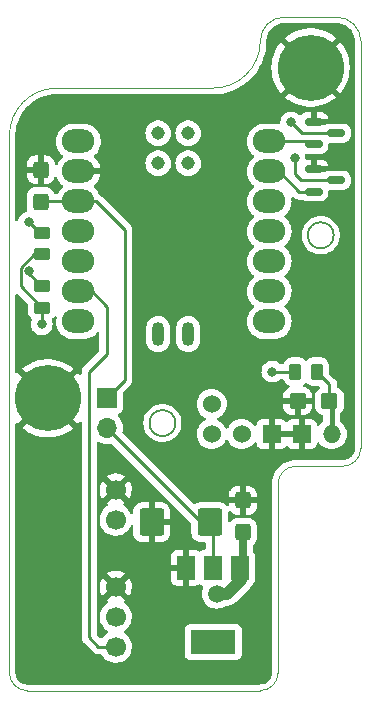
<source format=gbl>
G04 #@! TF.GenerationSoftware,KiCad,Pcbnew,(6.0.1)*
G04 #@! TF.CreationDate,2022-03-21T13:55:18+01:00*
G04 #@! TF.ProjectId,ERC_2022_GripperBoard,4552435f-3230-4323-925f-477269707065,rev?*
G04 #@! TF.SameCoordinates,Original*
G04 #@! TF.FileFunction,Copper,L2,Bot*
G04 #@! TF.FilePolarity,Positive*
%FSLAX46Y46*%
G04 Gerber Fmt 4.6, Leading zero omitted, Abs format (unit mm)*
G04 Created by KiCad (PCBNEW (6.0.1)) date 2022-03-21 13:55:18*
%MOMM*%
%LPD*%
G01*
G04 APERTURE LIST*
G04 Aperture macros list*
%AMRoundRect*
0 Rectangle with rounded corners*
0 $1 Rounding radius*
0 $2 $3 $4 $5 $6 $7 $8 $9 X,Y pos of 4 corners*
0 Add a 4 corners polygon primitive as box body*
4,1,4,$2,$3,$4,$5,$6,$7,$8,$9,$2,$3,0*
0 Add four circle primitives for the rounded corners*
1,1,$1+$1,$2,$3*
1,1,$1+$1,$4,$5*
1,1,$1+$1,$6,$7*
1,1,$1+$1,$8,$9*
0 Add four rect primitives between the rounded corners*
20,1,$1+$1,$2,$3,$4,$5,0*
20,1,$1+$1,$4,$5,$6,$7,0*
20,1,$1+$1,$6,$7,$8,$9,0*
20,1,$1+$1,$8,$9,$2,$3,0*%
G04 Aperture macros list end*
G04 #@! TA.AperFunction,Profile*
%ADD10C,0.100000*%
G04 #@! TD*
G04 #@! TA.AperFunction,Profile*
%ADD11C,0.150000*%
G04 #@! TD*
G04 #@! TA.AperFunction,ComponentPad*
%ADD12C,1.700000*%
G04 #@! TD*
G04 #@! TA.AperFunction,ComponentPad*
%ADD13C,5.600000*%
G04 #@! TD*
G04 #@! TA.AperFunction,ComponentPad*
%ADD14O,1.524000X1.524000*%
G04 #@! TD*
G04 #@! TA.AperFunction,ComponentPad*
%ADD15R,1.524000X1.524000*%
G04 #@! TD*
G04 #@! TA.AperFunction,ComponentPad*
%ADD16C,1.524000*%
G04 #@! TD*
G04 #@! TA.AperFunction,ComponentPad*
%ADD17R,1.700000X1.700000*%
G04 #@! TD*
G04 #@! TA.AperFunction,ComponentPad*
%ADD18O,1.700000X1.700000*%
G04 #@! TD*
G04 #@! TA.AperFunction,SMDPad,CuDef*
%ADD19R,1.500000X2.000000*%
G04 #@! TD*
G04 #@! TA.AperFunction,SMDPad,CuDef*
%ADD20R,3.800000X2.000000*%
G04 #@! TD*
G04 #@! TA.AperFunction,SMDPad,CuDef*
%ADD21RoundRect,0.150000X-0.587500X-0.150000X0.587500X-0.150000X0.587500X0.150000X-0.587500X0.150000X0*%
G04 #@! TD*
G04 #@! TA.AperFunction,SMDPad,CuDef*
%ADD22RoundRect,0.250000X0.425000X-0.450000X0.425000X0.450000X-0.425000X0.450000X-0.425000X-0.450000X0*%
G04 #@! TD*
G04 #@! TA.AperFunction,SMDPad,CuDef*
%ADD23RoundRect,0.250000X0.450000X0.425000X-0.450000X0.425000X-0.450000X-0.425000X0.450000X-0.425000X0*%
G04 #@! TD*
G04 #@! TA.AperFunction,SMDPad,CuDef*
%ADD24RoundRect,0.250000X0.262500X0.450000X-0.262500X0.450000X-0.262500X-0.450000X0.262500X-0.450000X0*%
G04 #@! TD*
G04 #@! TA.AperFunction,SMDPad,CuDef*
%ADD25O,2.748280X1.998980*%
G04 #@! TD*
G04 #@! TA.AperFunction,SMDPad,CuDef*
%ADD26O,1.016000X2.032000*%
G04 #@! TD*
G04 #@! TA.AperFunction,SMDPad,CuDef*
%ADD27C,1.143000*%
G04 #@! TD*
G04 #@! TA.AperFunction,SMDPad,CuDef*
%ADD28RoundRect,0.250000X0.450000X-0.262500X0.450000X0.262500X-0.450000X0.262500X-0.450000X-0.262500X0*%
G04 #@! TD*
G04 #@! TA.AperFunction,SMDPad,CuDef*
%ADD29RoundRect,0.250000X0.787500X0.925000X-0.787500X0.925000X-0.787500X-0.925000X0.787500X-0.925000X0*%
G04 #@! TD*
G04 #@! TA.AperFunction,ViaPad*
%ADD30C,0.800000*%
G04 #@! TD*
G04 #@! TA.AperFunction,ViaPad*
%ADD31C,1.500000*%
G04 #@! TD*
G04 #@! TA.AperFunction,Conductor*
%ADD32C,1.000000*%
G04 #@! TD*
G04 #@! TA.AperFunction,Conductor*
%ADD33C,0.250000*%
G04 #@! TD*
G04 #@! TA.AperFunction,Conductor*
%ADD34C,0.400000*%
G04 #@! TD*
G04 #@! TA.AperFunction,Conductor*
%ADD35C,0.700000*%
G04 #@! TD*
G04 APERTURE END LIST*
D10*
X157000000Y-67000000D02*
X157000000Y-101500000D01*
D11*
X141305000Y-99355000D02*
G75*
G03*
X141305000Y-99355000I-1100000J0D01*
G01*
D10*
X127250000Y-120500000D02*
G75*
G03*
X128750000Y-122000000I1500001J1D01*
G01*
X144425000Y-70996573D02*
X131250000Y-71000000D01*
X155500000Y-103000000D02*
G75*
G03*
X157000000Y-101500000I-1J1500001D01*
G01*
X150000000Y-120500000D02*
X150000000Y-104500000D01*
X151500000Y-103000000D02*
X155500000Y-103000000D01*
D11*
X154705000Y-83455000D02*
G75*
G03*
X154705000Y-83455000I-1100000J0D01*
G01*
D10*
X157000000Y-67000000D02*
G75*
G03*
X155000000Y-65000000I-1999999J1D01*
G01*
X128750000Y-122000000D02*
X148500000Y-122000000D01*
X131250000Y-71000000D02*
G75*
G03*
X127250000Y-75000000I0J-4000000D01*
G01*
X127250000Y-75000000D02*
X127250000Y-120500000D01*
X151500000Y-103000000D02*
G75*
G03*
X150000000Y-104500000I1J-1500001D01*
G01*
X150500000Y-64996571D02*
G75*
G03*
X148496574Y-66996573I1J-2003430D01*
G01*
X144425000Y-70996573D02*
G75*
G03*
X148496573Y-66996573I70945J3999999D01*
G01*
X148500000Y-122000000D02*
G75*
G03*
X150000000Y-120500000I-1J1500001D01*
G01*
X150500000Y-64996571D02*
X155000000Y-65000000D01*
D12*
X136250000Y-118290000D03*
X136250000Y-115750000D03*
X136250000Y-113210000D03*
D13*
X152750000Y-69250000D03*
D14*
X154535000Y-100285000D03*
D15*
X149455000Y-100285000D03*
X151995000Y-100285000D03*
D16*
X146915000Y-100285000D03*
X144375000Y-100285000D03*
X144375000Y-97745000D03*
D13*
X130500000Y-97250000D03*
D12*
X136250000Y-107520000D03*
X136250000Y-104980000D03*
D17*
X135500000Y-97225000D03*
D18*
X135500000Y-99765000D03*
D19*
X142200000Y-111600000D03*
X144500000Y-111600000D03*
X146800000Y-111600000D03*
D20*
X144500000Y-117900000D03*
D21*
X153012500Y-75750000D03*
X153012500Y-73850000D03*
X154887500Y-74800000D03*
D22*
X129900000Y-80600000D03*
X129900000Y-77900000D03*
D23*
X154350000Y-97500000D03*
X151650000Y-97500000D03*
D24*
X153292500Y-95000000D03*
X151467500Y-95000000D03*
D25*
X149256290Y-75500490D03*
X149256290Y-78040490D03*
X149256290Y-80580490D03*
X149256290Y-83120490D03*
X149256290Y-85660490D03*
X149256290Y-88200490D03*
X149256290Y-90740490D03*
X133091730Y-90740490D03*
X133091730Y-88200490D03*
X133091730Y-85660490D03*
X133091730Y-83120490D03*
X133091730Y-80580490D03*
X133091730Y-78040490D03*
X133091730Y-75500490D03*
D26*
X142389410Y-91818310D03*
X139839410Y-91818310D03*
D27*
X142390607Y-74814123D03*
X139850607Y-74814123D03*
X142390607Y-77354123D03*
X139850607Y-77354123D03*
D22*
X147000000Y-108605000D03*
X147000000Y-105905000D03*
D28*
X130000000Y-85075000D03*
X130000000Y-83250000D03*
X130000000Y-89575000D03*
X130000000Y-87750000D03*
D21*
X153012500Y-79750000D03*
X153012500Y-77850000D03*
X154887500Y-78800000D03*
D29*
X144212500Y-107750000D03*
X139287500Y-107750000D03*
D30*
X151400000Y-76950000D03*
X151100000Y-73900000D03*
X130000000Y-91000000D03*
D31*
X144800000Y-113800000D03*
D30*
X128900000Y-82350000D03*
X128949799Y-86499799D03*
X149500000Y-95000000D03*
D32*
X145650000Y-113800000D02*
X146850000Y-112600000D01*
X144800000Y-113800000D02*
X145650000Y-113800000D01*
D33*
X151951964Y-78800000D02*
X154887500Y-78800000D01*
X151400000Y-78248036D02*
X151951964Y-78800000D01*
X151400000Y-76950000D02*
X151400000Y-78248036D01*
X152000000Y-74800000D02*
X154887500Y-74800000D01*
X151100000Y-73900000D02*
X152000000Y-74800000D01*
X152962500Y-79800000D02*
X153012500Y-79750000D01*
X150040490Y-78040490D02*
X151800000Y-79800000D01*
X151800000Y-79800000D02*
X152962500Y-79800000D01*
X152762990Y-75500490D02*
X153012500Y-75750000D01*
X149256290Y-75500490D02*
X152762990Y-75500490D01*
X129800000Y-83250000D02*
X130000000Y-83250000D01*
X128900000Y-82350000D02*
X129800000Y-83250000D01*
X128200000Y-86225000D02*
X128200000Y-87775000D01*
X129350000Y-85075000D02*
X128200000Y-86225000D01*
X130000000Y-85075000D02*
X129350000Y-85075000D01*
X128200000Y-87775000D02*
X130000000Y-89575000D01*
X128949799Y-86699799D02*
X130000000Y-87750000D01*
X128949799Y-86499799D02*
X128949799Y-86699799D01*
X129900000Y-80600000D02*
X129919510Y-80580490D01*
X129919510Y-80580490D02*
X133091730Y-80580490D01*
X133091730Y-80580490D02*
X134580490Y-80580490D01*
X134580490Y-80580490D02*
X137000000Y-83000000D01*
X137000000Y-83000000D02*
X137000000Y-95725000D01*
X137000000Y-95725000D02*
X135500000Y-97225000D01*
X144500000Y-108037500D02*
X144212500Y-107750000D01*
X130000000Y-89575000D02*
X130000000Y-91000000D01*
X135500000Y-99765000D02*
X143485000Y-107750000D01*
X144500000Y-111600000D02*
X144500000Y-108037500D01*
X143485000Y-107750000D02*
X144212500Y-107750000D01*
D34*
X154535000Y-100285000D02*
X154535000Y-97685000D01*
D33*
X154350000Y-96057500D02*
X153292500Y-95000000D01*
D35*
X147000000Y-111400000D02*
X146800000Y-111600000D01*
D33*
X154350000Y-97500000D02*
X154350000Y-96057500D01*
D35*
X147000000Y-108605000D02*
X147000000Y-111400000D01*
D34*
X154535000Y-97685000D02*
X154350000Y-97500000D01*
D33*
X134000000Y-95000000D02*
X135500000Y-93500000D01*
X135500000Y-93500000D02*
X135500000Y-89500000D01*
X134200490Y-88200490D02*
X133091730Y-88200490D01*
X134790000Y-118290000D02*
X134000000Y-117500000D01*
X134000000Y-117500000D02*
X134000000Y-95000000D01*
X135500000Y-89500000D02*
X134200490Y-88200490D01*
X136250000Y-118290000D02*
X134790000Y-118290000D01*
X150040490Y-78040490D02*
X149256290Y-78040490D01*
X149500000Y-95000000D02*
X151467500Y-95000000D01*
G04 #@! TA.AperFunction,Conductor*
G36*
X152392431Y-65506014D02*
G01*
X154950528Y-65507963D01*
X154969815Y-65509463D01*
X154984856Y-65511805D01*
X154984861Y-65511805D01*
X154993730Y-65513186D01*
X155002632Y-65512022D01*
X155002634Y-65512022D01*
X155008959Y-65511195D01*
X155034282Y-65510452D01*
X155198126Y-65522170D01*
X155203343Y-65522543D01*
X155221137Y-65525101D01*
X155411540Y-65566521D01*
X155428788Y-65571586D01*
X155611358Y-65639682D01*
X155627710Y-65647149D01*
X155693020Y-65682810D01*
X155798734Y-65740534D01*
X155813848Y-65750248D01*
X155917862Y-65828111D01*
X155969842Y-65867023D01*
X155983428Y-65878796D01*
X156121204Y-66016572D01*
X156132977Y-66030158D01*
X156249752Y-66186152D01*
X156259469Y-66201271D01*
X156352851Y-66372290D01*
X156360318Y-66388642D01*
X156428414Y-66571212D01*
X156433479Y-66588460D01*
X156463196Y-66725065D01*
X156474899Y-66778863D01*
X156477457Y-66796658D01*
X156489041Y-66958629D01*
X156488297Y-66976533D01*
X156488195Y-66984858D01*
X156486814Y-66993730D01*
X156487978Y-67002632D01*
X156487978Y-67002635D01*
X156490936Y-67025251D01*
X156492000Y-67041589D01*
X156492000Y-101450672D01*
X156490500Y-101470056D01*
X156486814Y-101493730D01*
X156488468Y-101506375D01*
X156489052Y-101533692D01*
X156477890Y-101661278D01*
X156474076Y-101682908D01*
X156435028Y-101828636D01*
X156427516Y-101849275D01*
X156363755Y-101986010D01*
X156352773Y-102005030D01*
X156266236Y-102128618D01*
X156252118Y-102145443D01*
X156145443Y-102252118D01*
X156128618Y-102266236D01*
X156005030Y-102352773D01*
X155986010Y-102363755D01*
X155849275Y-102427516D01*
X155828635Y-102435028D01*
X155682904Y-102474077D01*
X155661281Y-102477889D01*
X155617391Y-102481729D01*
X155540581Y-102488449D01*
X155524121Y-102487896D01*
X155524116Y-102488305D01*
X155515142Y-102488195D01*
X155506270Y-102486814D01*
X155497368Y-102487978D01*
X155497365Y-102487978D01*
X155474749Y-102490936D01*
X155458411Y-102492000D01*
X151553207Y-102492000D01*
X151532303Y-102490254D01*
X151521657Y-102488463D01*
X151512539Y-102486929D01*
X151506373Y-102486854D01*
X151504865Y-102486835D01*
X151504860Y-102486835D01*
X151500000Y-102486776D01*
X151492999Y-102487779D01*
X151483383Y-102488780D01*
X151241456Y-102504637D01*
X151241452Y-102504638D01*
X151237341Y-102504907D01*
X151233301Y-102505711D01*
X151233298Y-102505711D01*
X150983221Y-102555454D01*
X150983215Y-102555456D01*
X150979176Y-102556259D01*
X150975272Y-102557584D01*
X150975269Y-102557585D01*
X150733838Y-102639540D01*
X150729923Y-102640869D01*
X150726227Y-102642692D01*
X150726219Y-102642695D01*
X150559291Y-102725016D01*
X150493846Y-102757290D01*
X150274984Y-102903528D01*
X150271890Y-102906242D01*
X150271884Y-102906246D01*
X150080172Y-103074374D01*
X150077083Y-103077083D01*
X150074374Y-103080172D01*
X149906246Y-103271884D01*
X149906242Y-103271890D01*
X149903528Y-103274984D01*
X149757290Y-103493846D01*
X149755464Y-103497549D01*
X149642695Y-103726219D01*
X149642692Y-103726227D01*
X149640869Y-103729923D01*
X149639540Y-103733838D01*
X149594202Y-103867401D01*
X149556259Y-103979176D01*
X149555456Y-103983215D01*
X149555454Y-103983221D01*
X149506554Y-104229059D01*
X149504907Y-104237341D01*
X149504638Y-104241452D01*
X149504637Y-104241456D01*
X149489941Y-104465671D01*
X149488465Y-104478332D01*
X149486929Y-104487461D01*
X149486776Y-104500000D01*
X149490727Y-104527588D01*
X149492000Y-104545451D01*
X149492000Y-120450672D01*
X149490500Y-120470056D01*
X149486814Y-120493730D01*
X149488454Y-120506270D01*
X149488468Y-120506375D01*
X149489052Y-120533692D01*
X149477890Y-120661278D01*
X149474076Y-120682908D01*
X149435028Y-120828636D01*
X149427516Y-120849275D01*
X149363755Y-120986010D01*
X149352773Y-121005030D01*
X149266236Y-121128618D01*
X149252118Y-121145443D01*
X149145443Y-121252118D01*
X149128618Y-121266236D01*
X149005030Y-121352773D01*
X148986010Y-121363755D01*
X148849275Y-121427516D01*
X148828635Y-121435028D01*
X148682904Y-121474077D01*
X148661281Y-121477889D01*
X148617391Y-121481729D01*
X148540581Y-121488449D01*
X148524121Y-121487896D01*
X148524116Y-121488305D01*
X148515142Y-121488195D01*
X148506270Y-121486814D01*
X148497368Y-121487978D01*
X148497365Y-121487978D01*
X148474749Y-121490936D01*
X148458411Y-121492000D01*
X128799328Y-121492000D01*
X128779943Y-121490500D01*
X128765142Y-121488195D01*
X128765139Y-121488195D01*
X128756270Y-121486814D01*
X128743622Y-121488468D01*
X128716308Y-121489052D01*
X128637318Y-121482141D01*
X128588719Y-121477889D01*
X128567096Y-121474077D01*
X128421365Y-121435028D01*
X128400725Y-121427516D01*
X128263990Y-121363755D01*
X128244970Y-121352773D01*
X128121382Y-121266236D01*
X128104557Y-121252118D01*
X127997882Y-121145443D01*
X127983764Y-121128618D01*
X127897227Y-121005030D01*
X127886245Y-120986010D01*
X127822484Y-120849275D01*
X127814972Y-120828636D01*
X127775924Y-120682908D01*
X127772110Y-120661278D01*
X127761551Y-120540581D01*
X127762104Y-120524121D01*
X127761695Y-120524116D01*
X127761805Y-120515142D01*
X127763186Y-120506270D01*
X127761547Y-120493730D01*
X127759064Y-120474749D01*
X127758000Y-120458411D01*
X127758000Y-99766381D01*
X128349160Y-99766381D01*
X128349237Y-99767470D01*
X128351698Y-99771206D01*
X128625632Y-99981404D01*
X128631262Y-99985259D01*
X128931591Y-100167862D01*
X128937593Y-100171080D01*
X129255897Y-100320184D01*
X129262202Y-100322732D01*
X129594743Y-100436587D01*
X129601313Y-100438446D01*
X129944183Y-100515714D01*
X129950912Y-100516853D01*
X130300143Y-100556643D01*
X130306933Y-100557046D01*
X130658419Y-100558886D01*
X130665220Y-100558554D01*
X131014853Y-100522423D01*
X131021581Y-100521357D01*
X131365274Y-100447676D01*
X131371822Y-100445897D01*
X131705549Y-100335527D01*
X131711891Y-100333041D01*
X132031718Y-100187288D01*
X132037777Y-100184121D01*
X132339995Y-100004676D01*
X132345659Y-100000884D01*
X132626732Y-99789849D01*
X132631958Y-99785464D01*
X132641613Y-99776428D01*
X132649682Y-99762750D01*
X132649654Y-99762024D01*
X132644512Y-99753723D01*
X130512810Y-97622020D01*
X130498869Y-97614408D01*
X130497034Y-97614539D01*
X130490420Y-97618790D01*
X128356774Y-99752437D01*
X128349160Y-99766381D01*
X127758000Y-99766381D01*
X127758000Y-99474692D01*
X127778002Y-99406571D01*
X127831658Y-99360078D01*
X127901932Y-99349974D01*
X127966512Y-99379468D01*
X127974474Y-99387542D01*
X127989164Y-99397279D01*
X127999608Y-99391181D01*
X130127980Y-97262810D01*
X130135592Y-97248869D01*
X130135461Y-97247034D01*
X130131210Y-97240420D01*
X128000992Y-95110203D01*
X127987455Y-95102811D01*
X127964599Y-95118802D01*
X127963791Y-95117647D01*
X127920362Y-95145998D01*
X127849367Y-95146506D01*
X127789368Y-95108550D01*
X127759414Y-95044182D01*
X127758000Y-95025359D01*
X127758000Y-94736862D01*
X128349950Y-94736862D01*
X128349986Y-94737704D01*
X128355037Y-94745826D01*
X130487190Y-96877980D01*
X130501131Y-96885592D01*
X130502966Y-96885461D01*
X130509580Y-96881210D01*
X132642798Y-94747991D01*
X132650412Y-94734047D01*
X132650344Y-94733089D01*
X132645836Y-94726272D01*
X132644418Y-94725065D01*
X132364813Y-94512064D01*
X132359187Y-94508240D01*
X132058214Y-94326681D01*
X132052202Y-94323484D01*
X131733370Y-94175487D01*
X131727070Y-94172967D01*
X131394129Y-94060273D01*
X131387551Y-94058437D01*
X131044417Y-93982367D01*
X131037678Y-93981251D01*
X130688310Y-93942680D01*
X130681529Y-93942301D01*
X130330015Y-93941687D01*
X130323242Y-93942042D01*
X129973720Y-93979395D01*
X129967010Y-93980482D01*
X129623586Y-94055361D01*
X129617011Y-94057172D01*
X129283683Y-94168702D01*
X129277361Y-94171205D01*
X128958034Y-94318079D01*
X128951991Y-94321265D01*
X128650401Y-94501763D01*
X128644755Y-94505571D01*
X128364408Y-94717596D01*
X128359211Y-94721987D01*
X128357972Y-94723155D01*
X128349950Y-94736862D01*
X127758000Y-94736862D01*
X127758000Y-88533094D01*
X127778002Y-88464973D01*
X127831658Y-88418480D01*
X127901932Y-88408376D01*
X127966512Y-88437870D01*
X127973095Y-88443999D01*
X128754595Y-89225499D01*
X128788621Y-89287811D01*
X128791500Y-89314594D01*
X128791500Y-89887900D01*
X128802474Y-89993666D01*
X128858450Y-90161446D01*
X128951522Y-90311848D01*
X129076697Y-90436805D01*
X129082927Y-90440645D01*
X129082928Y-90440646D01*
X129120082Y-90463548D01*
X129167575Y-90516320D01*
X129178999Y-90586392D01*
X129169072Y-90622058D01*
X129168775Y-90622724D01*
X129165473Y-90628444D01*
X129106458Y-90810072D01*
X129086496Y-91000000D01*
X129106458Y-91189928D01*
X129165473Y-91371556D01*
X129168776Y-91377278D01*
X129168777Y-91377279D01*
X129202686Y-91436010D01*
X129260960Y-91536944D01*
X129265378Y-91541851D01*
X129265379Y-91541852D01*
X129384325Y-91673955D01*
X129388747Y-91678866D01*
X129401974Y-91688476D01*
X129505522Y-91763708D01*
X129543248Y-91791118D01*
X129549276Y-91793802D01*
X129549278Y-91793803D01*
X129708721Y-91864791D01*
X129717712Y-91868794D01*
X129811113Y-91888647D01*
X129898056Y-91907128D01*
X129898061Y-91907128D01*
X129904513Y-91908500D01*
X130095487Y-91908500D01*
X130101939Y-91907128D01*
X130101944Y-91907128D01*
X130188888Y-91888647D01*
X130282288Y-91868794D01*
X130291279Y-91864791D01*
X130450722Y-91793803D01*
X130450724Y-91793802D01*
X130456752Y-91791118D01*
X130494479Y-91763708D01*
X130598026Y-91688476D01*
X130611253Y-91678866D01*
X130615675Y-91673955D01*
X130734621Y-91541852D01*
X130734622Y-91541851D01*
X130739040Y-91536944D01*
X130797314Y-91436010D01*
X130831223Y-91377279D01*
X130831224Y-91377278D01*
X130834527Y-91371556D01*
X130893542Y-91189928D01*
X130913504Y-91000000D01*
X130893542Y-90810072D01*
X130834527Y-90628444D01*
X130831226Y-90622727D01*
X130830900Y-90621994D01*
X130821467Y-90551627D01*
X130851575Y-90487331D01*
X130879705Y-90463604D01*
X130879796Y-90463548D01*
X130924348Y-90435978D01*
X131024610Y-90335541D01*
X131086892Y-90301462D01*
X131157713Y-90306465D01*
X131214585Y-90348962D01*
X131239454Y-90415461D01*
X131237120Y-90450323D01*
X131216114Y-90550874D01*
X131215885Y-90555923D01*
X131215884Y-90555929D01*
X131212306Y-90634725D01*
X131205106Y-90793289D01*
X131232997Y-91034346D01*
X131234376Y-91039220D01*
X131234377Y-91039224D01*
X131270716Y-91167643D01*
X131299070Y-91267843D01*
X131301204Y-91272418D01*
X131301206Y-91272425D01*
X131399488Y-91483191D01*
X131401625Y-91487773D01*
X131404467Y-91491954D01*
X131404467Y-91491955D01*
X131535177Y-91684289D01*
X131535180Y-91684293D01*
X131538023Y-91688476D01*
X131704755Y-91864791D01*
X131708781Y-91867869D01*
X131708782Y-91867870D01*
X131893512Y-92009107D01*
X131893516Y-92009110D01*
X131897532Y-92012180D01*
X132111394Y-92126852D01*
X132340838Y-92205856D01*
X132579962Y-92247160D01*
X132583921Y-92247340D01*
X132583923Y-92247340D01*
X132607613Y-92248416D01*
X132607634Y-92248416D01*
X132609033Y-92248480D01*
X133527357Y-92248480D01*
X133529865Y-92248278D01*
X133529870Y-92248278D01*
X133703223Y-92234331D01*
X133703228Y-92234330D01*
X133708264Y-92233925D01*
X133713172Y-92232720D01*
X133713175Y-92232719D01*
X133939010Y-92177248D01*
X133943924Y-92176041D01*
X133948576Y-92174066D01*
X133948580Y-92174065D01*
X134162641Y-92083201D01*
X134167299Y-92081224D01*
X134243603Y-92033173D01*
X134368361Y-91954608D01*
X134368364Y-91954606D01*
X134372640Y-91951913D01*
X134465364Y-91870166D01*
X134550869Y-91794784D01*
X134550872Y-91794781D01*
X134554666Y-91791436D01*
X134557877Y-91787527D01*
X134557884Y-91787520D01*
X134643136Y-91683732D01*
X134701830Y-91643789D01*
X134772802Y-91641919D01*
X134833518Y-91678716D01*
X134864702Y-91742498D01*
X134866500Y-91763708D01*
X134866500Y-93185405D01*
X134846498Y-93253526D01*
X134829595Y-93274500D01*
X133607747Y-94496348D01*
X133599461Y-94503888D01*
X133592982Y-94508000D01*
X133587557Y-94513777D01*
X133546357Y-94557651D01*
X133543602Y-94560493D01*
X133523865Y-94580230D01*
X133521385Y-94583427D01*
X133513682Y-94592447D01*
X133483414Y-94624679D01*
X133479595Y-94631625D01*
X133479593Y-94631628D01*
X133473652Y-94642434D01*
X133462801Y-94658953D01*
X133450386Y-94674959D01*
X133447241Y-94682228D01*
X133447238Y-94682232D01*
X133432826Y-94715537D01*
X133427609Y-94726187D01*
X133406305Y-94764940D01*
X133404334Y-94772615D01*
X133404334Y-94772616D01*
X133401267Y-94784562D01*
X133394863Y-94803266D01*
X133386819Y-94821855D01*
X133385580Y-94829678D01*
X133385577Y-94829688D01*
X133379901Y-94865524D01*
X133377495Y-94877144D01*
X133366500Y-94919970D01*
X133366500Y-94940224D01*
X133364949Y-94959934D01*
X133361780Y-94979943D01*
X133362526Y-94987835D01*
X133365941Y-95023961D01*
X133366500Y-95035819D01*
X133366500Y-95172946D01*
X133346498Y-95241067D01*
X133292842Y-95287560D01*
X133222568Y-95297664D01*
X133157988Y-95268170D01*
X133140141Y-95249131D01*
X133136586Y-95244448D01*
X133023565Y-95111179D01*
X133010740Y-95102743D01*
X133000416Y-95108795D01*
X130872020Y-97237190D01*
X130864408Y-97251131D01*
X130864539Y-97252966D01*
X130868790Y-97259580D01*
X132999009Y-99389798D01*
X133012605Y-99397223D01*
X133022218Y-99390522D01*
X133122518Y-99273912D01*
X133126676Y-99268514D01*
X133136660Y-99253987D01*
X133191728Y-99209176D01*
X133262281Y-99201251D01*
X133325918Y-99232727D01*
X133362436Y-99293612D01*
X133366500Y-99325354D01*
X133366500Y-117421233D01*
X133365973Y-117432416D01*
X133364298Y-117439909D01*
X133364547Y-117447835D01*
X133364547Y-117447836D01*
X133366438Y-117507986D01*
X133366500Y-117511945D01*
X133366500Y-117539856D01*
X133366997Y-117543790D01*
X133366997Y-117543791D01*
X133367005Y-117543856D01*
X133367938Y-117555693D01*
X133369327Y-117599889D01*
X133374978Y-117619339D01*
X133378987Y-117638700D01*
X133381526Y-117658797D01*
X133384445Y-117666168D01*
X133384445Y-117666170D01*
X133397804Y-117699912D01*
X133401649Y-117711142D01*
X133413982Y-117753593D01*
X133418015Y-117760412D01*
X133418017Y-117760417D01*
X133424293Y-117771028D01*
X133432988Y-117788776D01*
X133440448Y-117807617D01*
X133445110Y-117814033D01*
X133445110Y-117814034D01*
X133466436Y-117843387D01*
X133472952Y-117853307D01*
X133495458Y-117891362D01*
X133509779Y-117905683D01*
X133522619Y-117920716D01*
X133534528Y-117937107D01*
X133540634Y-117942158D01*
X133568605Y-117965298D01*
X133577384Y-117973288D01*
X134286343Y-118682247D01*
X134293887Y-118690537D01*
X134298000Y-118697018D01*
X134303777Y-118702443D01*
X134347667Y-118743658D01*
X134350509Y-118746413D01*
X134370231Y-118766135D01*
X134373373Y-118768572D01*
X134373433Y-118768619D01*
X134382445Y-118776317D01*
X134398945Y-118791811D01*
X134414679Y-118806586D01*
X134421622Y-118810403D01*
X134432431Y-118816345D01*
X134448953Y-118827198D01*
X134464959Y-118839614D01*
X134472237Y-118842764D01*
X134472238Y-118842764D01*
X134505537Y-118857174D01*
X134516187Y-118862391D01*
X134554940Y-118883695D01*
X134562615Y-118885666D01*
X134562616Y-118885666D01*
X134574562Y-118888733D01*
X134593267Y-118895137D01*
X134611855Y-118903181D01*
X134619678Y-118904420D01*
X134619688Y-118904423D01*
X134655524Y-118910099D01*
X134667144Y-118912505D01*
X134702289Y-118921528D01*
X134709970Y-118923500D01*
X134730224Y-118923500D01*
X134749934Y-118925051D01*
X134769943Y-118928220D01*
X134777835Y-118927474D01*
X134813961Y-118924059D01*
X134825819Y-118923500D01*
X134974274Y-118923500D01*
X135042395Y-118943502D01*
X135081707Y-118983665D01*
X135149987Y-119095088D01*
X135296250Y-119263938D01*
X135372846Y-119327529D01*
X135462240Y-119401745D01*
X135468126Y-119406632D01*
X135661000Y-119519338D01*
X135869692Y-119599030D01*
X135874760Y-119600061D01*
X135874763Y-119600062D01*
X135982017Y-119621883D01*
X136088597Y-119643567D01*
X136093772Y-119643757D01*
X136093774Y-119643757D01*
X136306673Y-119651564D01*
X136306677Y-119651564D01*
X136311837Y-119651753D01*
X136316957Y-119651097D01*
X136316959Y-119651097D01*
X136528288Y-119624025D01*
X136528289Y-119624025D01*
X136533416Y-119623368D01*
X136538366Y-119621883D01*
X136742429Y-119560661D01*
X136742434Y-119560659D01*
X136747384Y-119559174D01*
X136947994Y-119460896D01*
X137129860Y-119331173D01*
X137288096Y-119173489D01*
X137418453Y-118992077D01*
X137422611Y-118983665D01*
X137440171Y-118948134D01*
X142091500Y-118948134D01*
X142098255Y-119010316D01*
X142149385Y-119146705D01*
X142236739Y-119263261D01*
X142353295Y-119350615D01*
X142489684Y-119401745D01*
X142551866Y-119408500D01*
X146448134Y-119408500D01*
X146510316Y-119401745D01*
X146646705Y-119350615D01*
X146763261Y-119263261D01*
X146850615Y-119146705D01*
X146901745Y-119010316D01*
X146908500Y-118948134D01*
X146908500Y-116851866D01*
X146901745Y-116789684D01*
X146850615Y-116653295D01*
X146763261Y-116536739D01*
X146646705Y-116449385D01*
X146510316Y-116398255D01*
X146448134Y-116391500D01*
X142551866Y-116391500D01*
X142489684Y-116398255D01*
X142353295Y-116449385D01*
X142236739Y-116536739D01*
X142149385Y-116653295D01*
X142098255Y-116789684D01*
X142091500Y-116851866D01*
X142091500Y-118948134D01*
X137440171Y-118948134D01*
X137515136Y-118796453D01*
X137515137Y-118796451D01*
X137517430Y-118791811D01*
X137582370Y-118578069D01*
X137611529Y-118356590D01*
X137613156Y-118290000D01*
X137594852Y-118067361D01*
X137540431Y-117850702D01*
X137451354Y-117645840D01*
X137385336Y-117543791D01*
X137332822Y-117462617D01*
X137332820Y-117462614D01*
X137330014Y-117458277D01*
X137179670Y-117293051D01*
X137175619Y-117289852D01*
X137175615Y-117289848D01*
X137008414Y-117157800D01*
X137008410Y-117157798D01*
X137004359Y-117154598D01*
X136963053Y-117131796D01*
X136913084Y-117081364D01*
X136898312Y-117011921D01*
X136923428Y-116945516D01*
X136950780Y-116918909D01*
X136994603Y-116887650D01*
X137129860Y-116791173D01*
X137288096Y-116633489D01*
X137347594Y-116550689D01*
X137415435Y-116456277D01*
X137418453Y-116452077D01*
X137421342Y-116446233D01*
X137515136Y-116256453D01*
X137515137Y-116256451D01*
X137517430Y-116251811D01*
X137582370Y-116038069D01*
X137611529Y-115816590D01*
X137613156Y-115750000D01*
X137594852Y-115527361D01*
X137540431Y-115310702D01*
X137451354Y-115105840D01*
X137374551Y-114987120D01*
X137332822Y-114922617D01*
X137332820Y-114922614D01*
X137330014Y-114918277D01*
X137179670Y-114753051D01*
X137175619Y-114749852D01*
X137175615Y-114749848D01*
X137008414Y-114617800D01*
X137008410Y-114617798D01*
X137004359Y-114614598D01*
X136962569Y-114591529D01*
X136912598Y-114541097D01*
X136897826Y-114471654D01*
X136922942Y-114405248D01*
X136950293Y-114378642D01*
X136999247Y-114343723D01*
X137007648Y-114333023D01*
X137000660Y-114319870D01*
X136262812Y-113582022D01*
X136248868Y-113574408D01*
X136247035Y-113574539D01*
X136240420Y-113578790D01*
X135496737Y-114322473D01*
X135489977Y-114334853D01*
X135495258Y-114341907D01*
X135541969Y-114369203D01*
X135590693Y-114420841D01*
X135603764Y-114490624D01*
X135577033Y-114556396D01*
X135536584Y-114589752D01*
X135523607Y-114596507D01*
X135519474Y-114599610D01*
X135519471Y-114599612D01*
X135349100Y-114727530D01*
X135344965Y-114730635D01*
X135190629Y-114892138D01*
X135064743Y-115076680D01*
X134970688Y-115279305D01*
X134910989Y-115494570D01*
X134887251Y-115716695D01*
X134887548Y-115721848D01*
X134887548Y-115721851D01*
X134893011Y-115816590D01*
X134900110Y-115939715D01*
X134901247Y-115944761D01*
X134901248Y-115944767D01*
X134921119Y-116032939D01*
X134949222Y-116157639D01*
X135033266Y-116364616D01*
X135049967Y-116391869D01*
X135143143Y-116543919D01*
X135149987Y-116555088D01*
X135296250Y-116723938D01*
X135468126Y-116866632D01*
X135538595Y-116907811D01*
X135541445Y-116909476D01*
X135590169Y-116961114D01*
X135603240Y-117030897D01*
X135576509Y-117096669D01*
X135536055Y-117130027D01*
X135523607Y-117136507D01*
X135519474Y-117139610D01*
X135519471Y-117139612D01*
X135388970Y-117237595D01*
X135344965Y-117270635D01*
X135190629Y-117432138D01*
X135169838Y-117462617D01*
X135129268Y-117522090D01*
X135074356Y-117567092D01*
X135003832Y-117575263D01*
X134936084Y-117540180D01*
X134835814Y-117439909D01*
X134670404Y-117274499D01*
X134636379Y-117212187D01*
X134633500Y-117185404D01*
X134633500Y-113181863D01*
X134888050Y-113181863D01*
X134900309Y-113394477D01*
X134901745Y-113404697D01*
X134948565Y-113612446D01*
X134951645Y-113622275D01*
X135031770Y-113819603D01*
X135036413Y-113828794D01*
X135116460Y-113959420D01*
X135126916Y-113968880D01*
X135135694Y-113965096D01*
X135877978Y-113222812D01*
X135884356Y-113211132D01*
X136614408Y-113211132D01*
X136614539Y-113212965D01*
X136618790Y-113219580D01*
X137360474Y-113961264D01*
X137372484Y-113967823D01*
X137384223Y-113958855D01*
X137415004Y-113916019D01*
X137420315Y-113907180D01*
X137514670Y-113716267D01*
X137518469Y-113706672D01*
X137580376Y-113502915D01*
X137582555Y-113492834D01*
X137610590Y-113279887D01*
X137611109Y-113273212D01*
X137612572Y-113213364D01*
X137612378Y-113206646D01*
X137594781Y-112992604D01*
X137593096Y-112982424D01*
X137541214Y-112775875D01*
X137537894Y-112766124D01*
X137485085Y-112644669D01*
X140942001Y-112644669D01*
X140942371Y-112651490D01*
X140947895Y-112702352D01*
X140951521Y-112717604D01*
X140996676Y-112838054D01*
X141005214Y-112853649D01*
X141081715Y-112955724D01*
X141094276Y-112968285D01*
X141196351Y-113044786D01*
X141211946Y-113053324D01*
X141332394Y-113098478D01*
X141347649Y-113102105D01*
X141398514Y-113107631D01*
X141405328Y-113108000D01*
X141927885Y-113108000D01*
X141943124Y-113103525D01*
X141944329Y-113102135D01*
X141946000Y-113094452D01*
X141946000Y-111872115D01*
X141941525Y-111856876D01*
X141940135Y-111855671D01*
X141932452Y-111854000D01*
X140960116Y-111854000D01*
X140944877Y-111858475D01*
X140943672Y-111859865D01*
X140942001Y-111867548D01*
X140942001Y-112644669D01*
X137485085Y-112644669D01*
X137452972Y-112570814D01*
X137448105Y-112561739D01*
X137383063Y-112461197D01*
X137372377Y-112451995D01*
X137362812Y-112456398D01*
X136622022Y-113197188D01*
X136614408Y-113211132D01*
X135884356Y-113211132D01*
X135885592Y-113208868D01*
X135885461Y-113207035D01*
X135881210Y-113200420D01*
X135139849Y-112459059D01*
X135128313Y-112452759D01*
X135116031Y-112462382D01*
X135068089Y-112532662D01*
X135063004Y-112541613D01*
X134973338Y-112734783D01*
X134969775Y-112744470D01*
X134912864Y-112949681D01*
X134910933Y-112959800D01*
X134888302Y-113171574D01*
X134888050Y-113181863D01*
X134633500Y-113181863D01*
X134633500Y-112086427D01*
X135491223Y-112086427D01*
X135497968Y-112098758D01*
X136237188Y-112837978D01*
X136251132Y-112845592D01*
X136252965Y-112845461D01*
X136259580Y-112841210D01*
X137003389Y-112097401D01*
X137010410Y-112084544D01*
X137003611Y-112075213D01*
X136999554Y-112072518D01*
X136813117Y-111969599D01*
X136803705Y-111965369D01*
X136602959Y-111894280D01*
X136592989Y-111891646D01*
X136383327Y-111854301D01*
X136373073Y-111853331D01*
X136160116Y-111850728D01*
X136149832Y-111851448D01*
X135939321Y-111883661D01*
X135929293Y-111886050D01*
X135726868Y-111952212D01*
X135717359Y-111956209D01*
X135528466Y-112054540D01*
X135519734Y-112060039D01*
X135499677Y-112075099D01*
X135491223Y-112086427D01*
X134633500Y-112086427D01*
X134633500Y-111327885D01*
X140942000Y-111327885D01*
X140946475Y-111343124D01*
X140947865Y-111344329D01*
X140955548Y-111346000D01*
X141927885Y-111346000D01*
X141943124Y-111341525D01*
X141944329Y-111340135D01*
X141946000Y-111332452D01*
X141946000Y-110110116D01*
X141941525Y-110094877D01*
X141940135Y-110093672D01*
X141932452Y-110092001D01*
X141405331Y-110092001D01*
X141398510Y-110092371D01*
X141347648Y-110097895D01*
X141332396Y-110101521D01*
X141211946Y-110146676D01*
X141196351Y-110155214D01*
X141094276Y-110231715D01*
X141081715Y-110244276D01*
X141005214Y-110346351D01*
X140996676Y-110361946D01*
X140951522Y-110482394D01*
X140947895Y-110497649D01*
X140942369Y-110548514D01*
X140942000Y-110555328D01*
X140942000Y-111327885D01*
X134633500Y-111327885D01*
X134633500Y-107486695D01*
X134887251Y-107486695D01*
X134887548Y-107491848D01*
X134887548Y-107491851D01*
X134898512Y-107681996D01*
X134900110Y-107709715D01*
X134901247Y-107714761D01*
X134901248Y-107714767D01*
X134901892Y-107717624D01*
X134949222Y-107927639D01*
X135033266Y-108134616D01*
X135149987Y-108325088D01*
X135296250Y-108493938D01*
X135468126Y-108636632D01*
X135661000Y-108749338D01*
X135869692Y-108829030D01*
X135874760Y-108830061D01*
X135874763Y-108830062D01*
X135982017Y-108851883D01*
X136088597Y-108873567D01*
X136093772Y-108873757D01*
X136093774Y-108873757D01*
X136306673Y-108881564D01*
X136306677Y-108881564D01*
X136311837Y-108881753D01*
X136316957Y-108881097D01*
X136316959Y-108881097D01*
X136528288Y-108854025D01*
X136528289Y-108854025D01*
X136533416Y-108853368D01*
X136538366Y-108851883D01*
X136742429Y-108790661D01*
X136742434Y-108790659D01*
X136747384Y-108789174D01*
X136947994Y-108690896D01*
X137129860Y-108561173D01*
X137288096Y-108403489D01*
X137347594Y-108320689D01*
X137415435Y-108226277D01*
X137418453Y-108222077D01*
X137464045Y-108129829D01*
X137503044Y-108050920D01*
X137551158Y-107998713D01*
X137619859Y-107980806D01*
X137687335Y-108002884D01*
X137732163Y-108057938D01*
X137742001Y-108106747D01*
X137742001Y-108722095D01*
X137742338Y-108728614D01*
X137752257Y-108824206D01*
X137755149Y-108837600D01*
X137806588Y-108991784D01*
X137812761Y-109004962D01*
X137898063Y-109142807D01*
X137907099Y-109154208D01*
X138021829Y-109268739D01*
X138033240Y-109277751D01*
X138171243Y-109362816D01*
X138184424Y-109368963D01*
X138338710Y-109420138D01*
X138352086Y-109423005D01*
X138446438Y-109432672D01*
X138452854Y-109433000D01*
X139015385Y-109433000D01*
X139030624Y-109428525D01*
X139031829Y-109427135D01*
X139033500Y-109419452D01*
X139033500Y-109414884D01*
X139541500Y-109414884D01*
X139545975Y-109430123D01*
X139547365Y-109431328D01*
X139555048Y-109432999D01*
X140122095Y-109432999D01*
X140128614Y-109432662D01*
X140224206Y-109422743D01*
X140237600Y-109419851D01*
X140391784Y-109368412D01*
X140404962Y-109362239D01*
X140542807Y-109276937D01*
X140554208Y-109267901D01*
X140668739Y-109153171D01*
X140677751Y-109141760D01*
X140762816Y-109003757D01*
X140768963Y-108990576D01*
X140820138Y-108836290D01*
X140823005Y-108822914D01*
X140832672Y-108728562D01*
X140833000Y-108722146D01*
X140833000Y-108022115D01*
X140828525Y-108006876D01*
X140827135Y-108005671D01*
X140819452Y-108004000D01*
X139559615Y-108004000D01*
X139544376Y-108008475D01*
X139543171Y-108009865D01*
X139541500Y-108017548D01*
X139541500Y-109414884D01*
X139033500Y-109414884D01*
X139033500Y-107477885D01*
X139541500Y-107477885D01*
X139545975Y-107493124D01*
X139547365Y-107494329D01*
X139555048Y-107496000D01*
X140814884Y-107496000D01*
X140830123Y-107491525D01*
X140831328Y-107490135D01*
X140832999Y-107482452D01*
X140832999Y-106777905D01*
X140832662Y-106771386D01*
X140822743Y-106675794D01*
X140819851Y-106662400D01*
X140768412Y-106508216D01*
X140762239Y-106495038D01*
X140676937Y-106357193D01*
X140667901Y-106345792D01*
X140553171Y-106231261D01*
X140541760Y-106222249D01*
X140403757Y-106137184D01*
X140390576Y-106131037D01*
X140236290Y-106079862D01*
X140222914Y-106076995D01*
X140128562Y-106067328D01*
X140122145Y-106067000D01*
X139559615Y-106067000D01*
X139544376Y-106071475D01*
X139543171Y-106072865D01*
X139541500Y-106080548D01*
X139541500Y-107477885D01*
X139033500Y-107477885D01*
X139033500Y-106085116D01*
X139029025Y-106069877D01*
X139027635Y-106068672D01*
X139019952Y-106067001D01*
X138452905Y-106067001D01*
X138446386Y-106067338D01*
X138350794Y-106077257D01*
X138337400Y-106080149D01*
X138183216Y-106131588D01*
X138170038Y-106137761D01*
X138032193Y-106223063D01*
X138020792Y-106232099D01*
X137906261Y-106346829D01*
X137897249Y-106358240D01*
X137812184Y-106496243D01*
X137806037Y-106509424D01*
X137754862Y-106663710D01*
X137751995Y-106677086D01*
X137742328Y-106771438D01*
X137742000Y-106777855D01*
X137742000Y-106938512D01*
X137721998Y-107006633D01*
X137668342Y-107053126D01*
X137598068Y-107063230D01*
X137533488Y-107033736D01*
X137500453Y-106988759D01*
X137451354Y-106875840D01*
X137330014Y-106688277D01*
X137179670Y-106523051D01*
X137175619Y-106519852D01*
X137175615Y-106519848D01*
X137008414Y-106387800D01*
X137008410Y-106387798D01*
X137004359Y-106384598D01*
X136962569Y-106361529D01*
X136912598Y-106311097D01*
X136897826Y-106241654D01*
X136922942Y-106175248D01*
X136950293Y-106148642D01*
X136999247Y-106113723D01*
X137007648Y-106103023D01*
X137000660Y-106089870D01*
X136262812Y-105352022D01*
X136248868Y-105344408D01*
X136247035Y-105344539D01*
X136240420Y-105348790D01*
X135496737Y-106092473D01*
X135489977Y-106104853D01*
X135495258Y-106111907D01*
X135541969Y-106139203D01*
X135590693Y-106190841D01*
X135603764Y-106260624D01*
X135577033Y-106326396D01*
X135536584Y-106359752D01*
X135523607Y-106366507D01*
X135519474Y-106369610D01*
X135519471Y-106369612D01*
X135349100Y-106497530D01*
X135344965Y-106500635D01*
X135190629Y-106662138D01*
X135187715Y-106666410D01*
X135187714Y-106666411D01*
X135175404Y-106684457D01*
X135064743Y-106846680D01*
X135049007Y-106880580D01*
X134990496Y-107006633D01*
X134970688Y-107049305D01*
X134910989Y-107264570D01*
X134887251Y-107486695D01*
X134633500Y-107486695D01*
X134633500Y-104951863D01*
X134888050Y-104951863D01*
X134900309Y-105164477D01*
X134901745Y-105174697D01*
X134948565Y-105382446D01*
X134951645Y-105392275D01*
X135031770Y-105589603D01*
X135036413Y-105598794D01*
X135116460Y-105729420D01*
X135126916Y-105738880D01*
X135135694Y-105735096D01*
X135877978Y-104992812D01*
X135884356Y-104981132D01*
X136614408Y-104981132D01*
X136614539Y-104982965D01*
X136618790Y-104989580D01*
X137360474Y-105731264D01*
X137372484Y-105737823D01*
X137384223Y-105728855D01*
X137415004Y-105686019D01*
X137420315Y-105677180D01*
X137514670Y-105486267D01*
X137518469Y-105476672D01*
X137580376Y-105272915D01*
X137582555Y-105262834D01*
X137610590Y-105049887D01*
X137611109Y-105043212D01*
X137612572Y-104983364D01*
X137612378Y-104976646D01*
X137594781Y-104762604D01*
X137593096Y-104752424D01*
X137541214Y-104545875D01*
X137537894Y-104536124D01*
X137452972Y-104340814D01*
X137448105Y-104331739D01*
X137383063Y-104231197D01*
X137372377Y-104221995D01*
X137362812Y-104226398D01*
X136622022Y-104967188D01*
X136614408Y-104981132D01*
X135884356Y-104981132D01*
X135885592Y-104978868D01*
X135885461Y-104977035D01*
X135881210Y-104970420D01*
X135139849Y-104229059D01*
X135128313Y-104222759D01*
X135116031Y-104232382D01*
X135068089Y-104302662D01*
X135063004Y-104311613D01*
X134973338Y-104504783D01*
X134969775Y-104514470D01*
X134912864Y-104719681D01*
X134910933Y-104729800D01*
X134888302Y-104941574D01*
X134888050Y-104951863D01*
X134633500Y-104951863D01*
X134633500Y-103856427D01*
X135491223Y-103856427D01*
X135497968Y-103868758D01*
X136237188Y-104607978D01*
X136251132Y-104615592D01*
X136252965Y-104615461D01*
X136259580Y-104611210D01*
X137003389Y-103867401D01*
X137010410Y-103854544D01*
X137003611Y-103845213D01*
X136999554Y-103842518D01*
X136813117Y-103739599D01*
X136803705Y-103735369D01*
X136602959Y-103664280D01*
X136592989Y-103661646D01*
X136383327Y-103624301D01*
X136373073Y-103623331D01*
X136160116Y-103620728D01*
X136149832Y-103621448D01*
X135939321Y-103653661D01*
X135929293Y-103656050D01*
X135726868Y-103722212D01*
X135717359Y-103726209D01*
X135528466Y-103824540D01*
X135519734Y-103830039D01*
X135499677Y-103845099D01*
X135491223Y-103856427D01*
X134633500Y-103856427D01*
X134633500Y-101051744D01*
X134653502Y-100983623D01*
X134707158Y-100937130D01*
X134777432Y-100927026D01*
X134823070Y-100942956D01*
X134911000Y-100994338D01*
X134915825Y-100996180D01*
X134915826Y-100996181D01*
X134972443Y-101017801D01*
X135119692Y-101074030D01*
X135124760Y-101075061D01*
X135124763Y-101075062D01*
X135232012Y-101096882D01*
X135338597Y-101118567D01*
X135343772Y-101118757D01*
X135343774Y-101118757D01*
X135556673Y-101126564D01*
X135556677Y-101126564D01*
X135561837Y-101126753D01*
X135566957Y-101126097D01*
X135566959Y-101126097D01*
X135778288Y-101099025D01*
X135778289Y-101099025D01*
X135783416Y-101098368D01*
X135788367Y-101096883D01*
X135788370Y-101096882D01*
X135829829Y-101084444D01*
X135900825Y-101084028D01*
X135955131Y-101116035D01*
X142629595Y-107790499D01*
X142663621Y-107852811D01*
X142666500Y-107879594D01*
X142666500Y-108725400D01*
X142666837Y-108728646D01*
X142666837Y-108728650D01*
X142676752Y-108824206D01*
X142677474Y-108831166D01*
X142679655Y-108837702D01*
X142679655Y-108837704D01*
X142694132Y-108881097D01*
X142733450Y-108998946D01*
X142826522Y-109149348D01*
X142951697Y-109274305D01*
X142957927Y-109278145D01*
X142957928Y-109278146D01*
X143095288Y-109362816D01*
X143102262Y-109367115D01*
X143113345Y-109370791D01*
X143263611Y-109420632D01*
X143263613Y-109420632D01*
X143270139Y-109422797D01*
X143276975Y-109423497D01*
X143276978Y-109423498D01*
X143320031Y-109427909D01*
X143374600Y-109433500D01*
X143740500Y-109433500D01*
X143808621Y-109453502D01*
X143855114Y-109507158D01*
X143866500Y-109559500D01*
X143866500Y-109965500D01*
X143846498Y-110033621D01*
X143792842Y-110080114D01*
X143740500Y-110091500D01*
X143701866Y-110091500D01*
X143639684Y-110098255D01*
X143503295Y-110149385D01*
X143441500Y-110195698D01*
X143425148Y-110207953D01*
X143358642Y-110232801D01*
X143289259Y-110217748D01*
X143274018Y-110207953D01*
X143203648Y-110155214D01*
X143188054Y-110146676D01*
X143067606Y-110101522D01*
X143052351Y-110097895D01*
X143001486Y-110092369D01*
X142994672Y-110092000D01*
X142472115Y-110092000D01*
X142456876Y-110096475D01*
X142455671Y-110097865D01*
X142454000Y-110105548D01*
X142454000Y-113089884D01*
X142458475Y-113105123D01*
X142459865Y-113106328D01*
X142467548Y-113107999D01*
X142994669Y-113107999D01*
X143001490Y-113107629D01*
X143052352Y-113102105D01*
X143067604Y-113098479D01*
X143188054Y-113053324D01*
X143203648Y-113044786D01*
X143274018Y-112992047D01*
X143340524Y-112967199D01*
X143409907Y-112982252D01*
X143425148Y-112992047D01*
X143503295Y-113050615D01*
X143511704Y-113053767D01*
X143511705Y-113053768D01*
X143595000Y-113084994D01*
X143651765Y-113127635D01*
X143676465Y-113194197D01*
X143664966Y-113256224D01*
X143657045Y-113273212D01*
X143615204Y-113362939D01*
X143615202Y-113362944D01*
X143612880Y-113367924D01*
X143555885Y-113580629D01*
X143536693Y-113800000D01*
X143555885Y-114019371D01*
X143612880Y-114232076D01*
X143615205Y-114237061D01*
X143703618Y-114426666D01*
X143703621Y-114426671D01*
X143705944Y-114431653D01*
X143709100Y-114436160D01*
X143709101Y-114436162D01*
X143816648Y-114589754D01*
X143832251Y-114612038D01*
X143987962Y-114767749D01*
X143992471Y-114770906D01*
X143992473Y-114770908D01*
X144053049Y-114813324D01*
X144168346Y-114894056D01*
X144367924Y-114987120D01*
X144580629Y-115044115D01*
X144800000Y-115063307D01*
X145019371Y-115044115D01*
X145232076Y-114987120D01*
X145431654Y-114894056D01*
X145520570Y-114831796D01*
X145587844Y-114809108D01*
X145606448Y-114809746D01*
X145633262Y-114812659D01*
X145633267Y-114812659D01*
X145639388Y-114813324D01*
X145665638Y-114811027D01*
X145689388Y-114808950D01*
X145694214Y-114808621D01*
X145696686Y-114808500D01*
X145699769Y-114808500D01*
X145711738Y-114807326D01*
X145742506Y-114804310D01*
X145743819Y-114804188D01*
X145788084Y-114800315D01*
X145836413Y-114796087D01*
X145841532Y-114794600D01*
X145846833Y-114794080D01*
X145935834Y-114767209D01*
X145936967Y-114766874D01*
X146020414Y-114742630D01*
X146020418Y-114742628D01*
X146026336Y-114740909D01*
X146031068Y-114738456D01*
X146036169Y-114736916D01*
X146053822Y-114727530D01*
X146118260Y-114693269D01*
X146119426Y-114692657D01*
X146196453Y-114652729D01*
X146201926Y-114649892D01*
X146206089Y-114646569D01*
X146210796Y-114644066D01*
X146282918Y-114585245D01*
X146283774Y-114584554D01*
X146322973Y-114553262D01*
X146325477Y-114550758D01*
X146326195Y-114550116D01*
X146330528Y-114546415D01*
X146364062Y-114519065D01*
X146393288Y-114483737D01*
X146401277Y-114474958D01*
X147596125Y-113280109D01*
X147598309Y-113277925D01*
X147692102Y-113163739D01*
X147719293Y-113113029D01*
X147769111Y-113062446D01*
X147786111Y-113054587D01*
X147788299Y-113053767D01*
X147788303Y-113053765D01*
X147796705Y-113050615D01*
X147913261Y-112963261D01*
X148000615Y-112846705D01*
X148051745Y-112710316D01*
X148058500Y-112648134D01*
X148058500Y-110551866D01*
X148051745Y-110489684D01*
X148000615Y-110353295D01*
X147913261Y-110236739D01*
X147906081Y-110231358D01*
X147899731Y-110225008D01*
X147901366Y-110223373D01*
X147866421Y-110176641D01*
X147858500Y-110132671D01*
X147858500Y-109745683D01*
X147878502Y-109677562D01*
X147899855Y-109653984D01*
X147899348Y-109653478D01*
X148019134Y-109533483D01*
X148024305Y-109528303D01*
X148083051Y-109433000D01*
X148113275Y-109383968D01*
X148113276Y-109383966D01*
X148117115Y-109377738D01*
X148172797Y-109209861D01*
X148183500Y-109105400D01*
X148183500Y-108104600D01*
X148183163Y-108101350D01*
X148173238Y-108005692D01*
X148173237Y-108005688D01*
X148172526Y-107998834D01*
X148166512Y-107980806D01*
X148118868Y-107838002D01*
X148116550Y-107831054D01*
X148023478Y-107680652D01*
X147898303Y-107555695D01*
X147892072Y-107551854D01*
X147753968Y-107466725D01*
X147753966Y-107466724D01*
X147747738Y-107462885D01*
X147587254Y-107409655D01*
X147586389Y-107409368D01*
X147586387Y-107409368D01*
X147579861Y-107407203D01*
X147573025Y-107406503D01*
X147573022Y-107406502D01*
X147529969Y-107402091D01*
X147475400Y-107396500D01*
X146524600Y-107396500D01*
X146521354Y-107396837D01*
X146521350Y-107396837D01*
X146425692Y-107406762D01*
X146425688Y-107406763D01*
X146418834Y-107407474D01*
X146412298Y-107409655D01*
X146412296Y-107409655D01*
X146280194Y-107453728D01*
X146251054Y-107463450D01*
X146100652Y-107556522D01*
X145975695Y-107681697D01*
X145973988Y-107679993D01*
X145925458Y-107714396D01*
X145854535Y-107717624D01*
X145793125Y-107681996D01*
X145760727Y-107618822D01*
X145758500Y-107595239D01*
X145758500Y-106913919D01*
X145778502Y-106845798D01*
X145832158Y-106799305D01*
X145902432Y-106789201D01*
X145967012Y-106818695D01*
X145976913Y-106829039D01*
X145976917Y-106829035D01*
X146096829Y-106948739D01*
X146108240Y-106957751D01*
X146246243Y-107042816D01*
X146259424Y-107048963D01*
X146413710Y-107100138D01*
X146427086Y-107103005D01*
X146521438Y-107112672D01*
X146527854Y-107113000D01*
X146727885Y-107113000D01*
X146743124Y-107108525D01*
X146744329Y-107107135D01*
X146746000Y-107099452D01*
X146746000Y-107094884D01*
X147254000Y-107094884D01*
X147258475Y-107110123D01*
X147259865Y-107111328D01*
X147267548Y-107112999D01*
X147472095Y-107112999D01*
X147478614Y-107112662D01*
X147574206Y-107102743D01*
X147587600Y-107099851D01*
X147741784Y-107048412D01*
X147754962Y-107042239D01*
X147892807Y-106956937D01*
X147904208Y-106947901D01*
X148018739Y-106833171D01*
X148027751Y-106821760D01*
X148112816Y-106683757D01*
X148118963Y-106670576D01*
X148170138Y-106516290D01*
X148173005Y-106502914D01*
X148182672Y-106408562D01*
X148183000Y-106402146D01*
X148183000Y-106177115D01*
X148178525Y-106161876D01*
X148177135Y-106160671D01*
X148169452Y-106159000D01*
X147272115Y-106159000D01*
X147256876Y-106163475D01*
X147255671Y-106164865D01*
X147254000Y-106172548D01*
X147254000Y-107094884D01*
X146746000Y-107094884D01*
X146746000Y-106177115D01*
X146741525Y-106161876D01*
X146740135Y-106160671D01*
X146732452Y-106159000D01*
X145835116Y-106159000D01*
X145819877Y-106163475D01*
X145818672Y-106164865D01*
X145817001Y-106172548D01*
X145817001Y-106265901D01*
X145796999Y-106334022D01*
X145743343Y-106380515D01*
X145673069Y-106390619D01*
X145608489Y-106361125D01*
X145598503Y-106350692D01*
X145598478Y-106350652D01*
X145598170Y-106350345D01*
X145598158Y-106350332D01*
X145478483Y-106230866D01*
X145473303Y-106225695D01*
X145467072Y-106221854D01*
X145328968Y-106136725D01*
X145328966Y-106136724D01*
X145322738Y-106132885D01*
X145193051Y-106089870D01*
X145161389Y-106079368D01*
X145161387Y-106079368D01*
X145154861Y-106077203D01*
X145148025Y-106076503D01*
X145148022Y-106076502D01*
X145104969Y-106072091D01*
X145050400Y-106066500D01*
X143374600Y-106066500D01*
X143371354Y-106066837D01*
X143371350Y-106066837D01*
X143275692Y-106076762D01*
X143275688Y-106076763D01*
X143268834Y-106077474D01*
X143262298Y-106079655D01*
X143262296Y-106079655D01*
X143186769Y-106104853D01*
X143101054Y-106133450D01*
X143094826Y-106137304D01*
X143094824Y-106137305D01*
X143055118Y-106161876D01*
X142990168Y-106202069D01*
X142977909Y-106209655D01*
X142909457Y-106228493D01*
X142841688Y-106207332D01*
X142822511Y-106191606D01*
X142263790Y-105632885D01*
X145817000Y-105632885D01*
X145821475Y-105648124D01*
X145822865Y-105649329D01*
X145830548Y-105651000D01*
X146727885Y-105651000D01*
X146743124Y-105646525D01*
X146744329Y-105645135D01*
X146746000Y-105637452D01*
X146746000Y-105632885D01*
X147254000Y-105632885D01*
X147258475Y-105648124D01*
X147259865Y-105649329D01*
X147267548Y-105651000D01*
X148164884Y-105651000D01*
X148180123Y-105646525D01*
X148181328Y-105645135D01*
X148182999Y-105637452D01*
X148182999Y-105407905D01*
X148182662Y-105401386D01*
X148172743Y-105305794D01*
X148169851Y-105292400D01*
X148118412Y-105138216D01*
X148112239Y-105125038D01*
X148026937Y-104987193D01*
X148017901Y-104975792D01*
X147903171Y-104861261D01*
X147891760Y-104852249D01*
X147753757Y-104767184D01*
X147740576Y-104761037D01*
X147586290Y-104709862D01*
X147572914Y-104706995D01*
X147478562Y-104697328D01*
X147472145Y-104697000D01*
X147272115Y-104697000D01*
X147256876Y-104701475D01*
X147255671Y-104702865D01*
X147254000Y-104710548D01*
X147254000Y-105632885D01*
X146746000Y-105632885D01*
X146746000Y-104715116D01*
X146741525Y-104699877D01*
X146740135Y-104698672D01*
X146732452Y-104697001D01*
X146527905Y-104697001D01*
X146521386Y-104697338D01*
X146425794Y-104707257D01*
X146412400Y-104710149D01*
X146258216Y-104761588D01*
X146245038Y-104767761D01*
X146107193Y-104853063D01*
X146095792Y-104862099D01*
X145981261Y-104976829D01*
X145972249Y-104988240D01*
X145887184Y-105126243D01*
X145881037Y-105139424D01*
X145829862Y-105293710D01*
X145826995Y-105307086D01*
X145817328Y-105401438D01*
X145817000Y-105407855D01*
X145817000Y-105632885D01*
X142263790Y-105632885D01*
X136851218Y-100220313D01*
X136817192Y-100158001D01*
X136819755Y-100094589D01*
X136820696Y-100091494D01*
X136832370Y-100053069D01*
X136861529Y-99831590D01*
X136861611Y-99828240D01*
X136863074Y-99768365D01*
X136863074Y-99768361D01*
X136863156Y-99765000D01*
X136844852Y-99542361D01*
X136797790Y-99355000D01*
X138592028Y-99355000D01*
X138611886Y-99607324D01*
X138613040Y-99612131D01*
X138613041Y-99612137D01*
X138622686Y-99652311D01*
X138670972Y-99853436D01*
X138672865Y-99858007D01*
X138672866Y-99858009D01*
X138757999Y-100063537D01*
X138767831Y-100087274D01*
X138900078Y-100303081D01*
X139064457Y-100495543D01*
X139256919Y-100659922D01*
X139472726Y-100792169D01*
X139477296Y-100794062D01*
X139477300Y-100794064D01*
X139701991Y-100887134D01*
X139706564Y-100889028D01*
X139791655Y-100909457D01*
X139947863Y-100946959D01*
X139947869Y-100946960D01*
X139952676Y-100948114D01*
X140205000Y-100967972D01*
X140457324Y-100948114D01*
X140462131Y-100946960D01*
X140462137Y-100946959D01*
X140618345Y-100909457D01*
X140703436Y-100889028D01*
X140708009Y-100887134D01*
X140932700Y-100794064D01*
X140932704Y-100794062D01*
X140937274Y-100792169D01*
X141153081Y-100659922D01*
X141345543Y-100495543D01*
X141509922Y-100303081D01*
X141521002Y-100285000D01*
X143099647Y-100285000D01*
X143119022Y-100506463D01*
X143176560Y-100721196D01*
X143178882Y-100726177D01*
X143178883Y-100726178D01*
X143268186Y-100917689D01*
X143268189Y-100917694D01*
X143270512Y-100922676D01*
X143273668Y-100927183D01*
X143273669Y-100927185D01*
X143394861Y-101100265D01*
X143398023Y-101104781D01*
X143555219Y-101261977D01*
X143559727Y-101265134D01*
X143559730Y-101265136D01*
X143588176Y-101285054D01*
X143737323Y-101389488D01*
X143742305Y-101391811D01*
X143742310Y-101391814D01*
X143910104Y-101470057D01*
X143938804Y-101483440D01*
X143944112Y-101484862D01*
X143944114Y-101484863D01*
X143969951Y-101491786D01*
X144153537Y-101540978D01*
X144375000Y-101560353D01*
X144596463Y-101540978D01*
X144780049Y-101491786D01*
X144805886Y-101484863D01*
X144805888Y-101484862D01*
X144811196Y-101483440D01*
X144839896Y-101470057D01*
X145007690Y-101391814D01*
X145007695Y-101391811D01*
X145012677Y-101389488D01*
X145161824Y-101285054D01*
X145190270Y-101265136D01*
X145190273Y-101265134D01*
X145194781Y-101261977D01*
X145351977Y-101104781D01*
X145355140Y-101100265D01*
X145476331Y-100927185D01*
X145476332Y-100927183D01*
X145479488Y-100922676D01*
X145481811Y-100917694D01*
X145481814Y-100917689D01*
X145530805Y-100812627D01*
X145577723Y-100759342D01*
X145646000Y-100739881D01*
X145713960Y-100760423D01*
X145759195Y-100812627D01*
X145808186Y-100917689D01*
X145808189Y-100917694D01*
X145810512Y-100922676D01*
X145813668Y-100927183D01*
X145813669Y-100927185D01*
X145934861Y-101100265D01*
X145938023Y-101104781D01*
X146095219Y-101261977D01*
X146099727Y-101265134D01*
X146099730Y-101265136D01*
X146128176Y-101285054D01*
X146277323Y-101389488D01*
X146282305Y-101391811D01*
X146282310Y-101391814D01*
X146450104Y-101470057D01*
X146478804Y-101483440D01*
X146484112Y-101484862D01*
X146484114Y-101484863D01*
X146509951Y-101491786D01*
X146693537Y-101540978D01*
X146915000Y-101560353D01*
X147136463Y-101540978D01*
X147320049Y-101491786D01*
X147345886Y-101484863D01*
X147345888Y-101484862D01*
X147351196Y-101483440D01*
X147379896Y-101470057D01*
X147547690Y-101391814D01*
X147547695Y-101391811D01*
X147552677Y-101389488D01*
X147701824Y-101285054D01*
X147730270Y-101265136D01*
X147730273Y-101265134D01*
X147734781Y-101261977D01*
X147891977Y-101104781D01*
X147895136Y-101100270D01*
X147895140Y-101100265D01*
X147955788Y-101013650D01*
X148011245Y-100969321D01*
X148081864Y-100962012D01*
X148145225Y-100994042D01*
X148181210Y-101055244D01*
X148185001Y-101085920D01*
X148185001Y-101091669D01*
X148185371Y-101098490D01*
X148190895Y-101149352D01*
X148194521Y-101164604D01*
X148239676Y-101285054D01*
X148248214Y-101300649D01*
X148324715Y-101402724D01*
X148337276Y-101415285D01*
X148439351Y-101491786D01*
X148454946Y-101500324D01*
X148575394Y-101545478D01*
X148590649Y-101549105D01*
X148641514Y-101554631D01*
X148648328Y-101555000D01*
X149182885Y-101555000D01*
X149198124Y-101550525D01*
X149199329Y-101549135D01*
X149201000Y-101541452D01*
X149201000Y-101536884D01*
X149709000Y-101536884D01*
X149713475Y-101552123D01*
X149714865Y-101553328D01*
X149722548Y-101554999D01*
X150261669Y-101554999D01*
X150268490Y-101554629D01*
X150319352Y-101549105D01*
X150334604Y-101545479D01*
X150455054Y-101500324D01*
X150470649Y-101491786D01*
X150572724Y-101415285D01*
X150585284Y-101402725D01*
X150624173Y-101350835D01*
X150681032Y-101308319D01*
X150751851Y-101303293D01*
X150814144Y-101337353D01*
X150825827Y-101350835D01*
X150864716Y-101402725D01*
X150877276Y-101415285D01*
X150979351Y-101491786D01*
X150994946Y-101500324D01*
X151115394Y-101545478D01*
X151130649Y-101549105D01*
X151181514Y-101554631D01*
X151188328Y-101555000D01*
X151722885Y-101555000D01*
X151738124Y-101550525D01*
X151739329Y-101549135D01*
X151741000Y-101541452D01*
X151741000Y-100557115D01*
X151736525Y-100541876D01*
X151735135Y-100540671D01*
X151727452Y-100539000D01*
X149727115Y-100539000D01*
X149711876Y-100543475D01*
X149710671Y-100544865D01*
X149709000Y-100552548D01*
X149709000Y-101536884D01*
X149201000Y-101536884D01*
X149201000Y-100012885D01*
X149709000Y-100012885D01*
X149713475Y-100028124D01*
X149714865Y-100029329D01*
X149722548Y-100031000D01*
X151722885Y-100031000D01*
X151738124Y-100026525D01*
X151739329Y-100025135D01*
X151741000Y-100017452D01*
X151741000Y-99033116D01*
X151736525Y-99017877D01*
X151735135Y-99016672D01*
X151727452Y-99015001D01*
X151188331Y-99015001D01*
X151181510Y-99015371D01*
X151130648Y-99020895D01*
X151115396Y-99024521D01*
X150994946Y-99069676D01*
X150979351Y-99078214D01*
X150877276Y-99154715D01*
X150864716Y-99167275D01*
X150825827Y-99219165D01*
X150768968Y-99261681D01*
X150698149Y-99266707D01*
X150635856Y-99232647D01*
X150624173Y-99219165D01*
X150585284Y-99167275D01*
X150572724Y-99154715D01*
X150470649Y-99078214D01*
X150455054Y-99069676D01*
X150334606Y-99024522D01*
X150319351Y-99020895D01*
X150268486Y-99015369D01*
X150261672Y-99015000D01*
X149727115Y-99015000D01*
X149711876Y-99019475D01*
X149710671Y-99020865D01*
X149709000Y-99028548D01*
X149709000Y-100012885D01*
X149201000Y-100012885D01*
X149201000Y-99033116D01*
X149196525Y-99017877D01*
X149195135Y-99016672D01*
X149187452Y-99015001D01*
X148648331Y-99015001D01*
X148641510Y-99015371D01*
X148590648Y-99020895D01*
X148575396Y-99024521D01*
X148454946Y-99069676D01*
X148439351Y-99078214D01*
X148337276Y-99154715D01*
X148324715Y-99167276D01*
X148248214Y-99269351D01*
X148239676Y-99284946D01*
X148194522Y-99405394D01*
X148190895Y-99420649D01*
X148185369Y-99471514D01*
X148185000Y-99478328D01*
X148185000Y-99484078D01*
X148164998Y-99552199D01*
X148111342Y-99598692D01*
X148041068Y-99608796D01*
X147976488Y-99579302D01*
X147955787Y-99556349D01*
X147895136Y-99469730D01*
X147895134Y-99469727D01*
X147891977Y-99465219D01*
X147734781Y-99308023D01*
X147730273Y-99304866D01*
X147730270Y-99304864D01*
X147654505Y-99251813D01*
X147552677Y-99180512D01*
X147547695Y-99178189D01*
X147547690Y-99178186D01*
X147356178Y-99088883D01*
X147356177Y-99088882D01*
X147351196Y-99086560D01*
X147345888Y-99085138D01*
X147345886Y-99085137D01*
X147280051Y-99067497D01*
X147136463Y-99029022D01*
X146915000Y-99009647D01*
X146693537Y-99029022D01*
X146549949Y-99067497D01*
X146484114Y-99085137D01*
X146484112Y-99085138D01*
X146478804Y-99086560D01*
X146473823Y-99088882D01*
X146473822Y-99088883D01*
X146282311Y-99178186D01*
X146282306Y-99178189D01*
X146277324Y-99180512D01*
X146272817Y-99183668D01*
X146272815Y-99183669D01*
X146099730Y-99304864D01*
X146099727Y-99304866D01*
X146095219Y-99308023D01*
X145938023Y-99465219D01*
X145934866Y-99469727D01*
X145934864Y-99469730D01*
X145835150Y-99612137D01*
X145810512Y-99647324D01*
X145808189Y-99652306D01*
X145808186Y-99652311D01*
X145759195Y-99757373D01*
X145712277Y-99810658D01*
X145644000Y-99830119D01*
X145576040Y-99809577D01*
X145530805Y-99757373D01*
X145481814Y-99652311D01*
X145481811Y-99652306D01*
X145479488Y-99647324D01*
X145454850Y-99612137D01*
X145355136Y-99469730D01*
X145355134Y-99469727D01*
X145351977Y-99465219D01*
X145194781Y-99308023D01*
X145190273Y-99304866D01*
X145190270Y-99304864D01*
X145114505Y-99251813D01*
X145012677Y-99180512D01*
X145007695Y-99178189D01*
X145007690Y-99178186D01*
X144902627Y-99129195D01*
X144849342Y-99082278D01*
X144829881Y-99014001D01*
X144850423Y-98946041D01*
X144902627Y-98900805D01*
X145007690Y-98851814D01*
X145007695Y-98851811D01*
X145012677Y-98849488D01*
X145136194Y-98763000D01*
X145190270Y-98725136D01*
X145190273Y-98725134D01*
X145194781Y-98721977D01*
X145351977Y-98564781D01*
X145367532Y-98542567D01*
X145476331Y-98387185D01*
X145476332Y-98387183D01*
X145479488Y-98382676D01*
X145481811Y-98377694D01*
X145481814Y-98377689D01*
X145571117Y-98186178D01*
X145571118Y-98186177D01*
X145573440Y-98181196D01*
X145629469Y-97972095D01*
X150442001Y-97972095D01*
X150442338Y-97978614D01*
X150452257Y-98074206D01*
X150455149Y-98087600D01*
X150506588Y-98241784D01*
X150512761Y-98254962D01*
X150598063Y-98392807D01*
X150607099Y-98404208D01*
X150721829Y-98518739D01*
X150733240Y-98527751D01*
X150871243Y-98612816D01*
X150884424Y-98618963D01*
X151038710Y-98670138D01*
X151052086Y-98673005D01*
X151146438Y-98682672D01*
X151152854Y-98683000D01*
X151377885Y-98683000D01*
X151393124Y-98678525D01*
X151394329Y-98677135D01*
X151396000Y-98669452D01*
X151396000Y-98664884D01*
X151904000Y-98664884D01*
X151908475Y-98680123D01*
X151909865Y-98681328D01*
X151917548Y-98682999D01*
X152147095Y-98682999D01*
X152153614Y-98682662D01*
X152249206Y-98672743D01*
X152262600Y-98669851D01*
X152416784Y-98618412D01*
X152429962Y-98612239D01*
X152567807Y-98526937D01*
X152579208Y-98517901D01*
X152693739Y-98403171D01*
X152702751Y-98391760D01*
X152787816Y-98253757D01*
X152793963Y-98240576D01*
X152845138Y-98086290D01*
X152848005Y-98072914D01*
X152857672Y-97978562D01*
X152858000Y-97972146D01*
X152858000Y-97772115D01*
X152853525Y-97756876D01*
X152852135Y-97755671D01*
X152844452Y-97754000D01*
X151922115Y-97754000D01*
X151906876Y-97758475D01*
X151905671Y-97759865D01*
X151904000Y-97767548D01*
X151904000Y-98664884D01*
X151396000Y-98664884D01*
X151396000Y-97772115D01*
X151391525Y-97756876D01*
X151390135Y-97755671D01*
X151382452Y-97754000D01*
X150460116Y-97754000D01*
X150444877Y-97758475D01*
X150443672Y-97759865D01*
X150442001Y-97767548D01*
X150442001Y-97972095D01*
X145629469Y-97972095D01*
X145630978Y-97966463D01*
X145650353Y-97745000D01*
X145630978Y-97523537D01*
X145573440Y-97308804D01*
X145551993Y-97262810D01*
X145481814Y-97112311D01*
X145481811Y-97112306D01*
X145479488Y-97107324D01*
X145476331Y-97102815D01*
X145355136Y-96929730D01*
X145355134Y-96929727D01*
X145351977Y-96925219D01*
X145194781Y-96768023D01*
X145190273Y-96764866D01*
X145190270Y-96764864D01*
X145114505Y-96711813D01*
X145012677Y-96640512D01*
X145007695Y-96638189D01*
X145007690Y-96638186D01*
X144816178Y-96548883D01*
X144816177Y-96548882D01*
X144811196Y-96546560D01*
X144805888Y-96545138D01*
X144805886Y-96545137D01*
X144740051Y-96527497D01*
X144596463Y-96489022D01*
X144375000Y-96469647D01*
X144153537Y-96489022D01*
X144009949Y-96527497D01*
X143944114Y-96545137D01*
X143944112Y-96545138D01*
X143938804Y-96546560D01*
X143933823Y-96548882D01*
X143933822Y-96548883D01*
X143742311Y-96638186D01*
X143742306Y-96638189D01*
X143737324Y-96640512D01*
X143732817Y-96643668D01*
X143732815Y-96643669D01*
X143559730Y-96764864D01*
X143559727Y-96764866D01*
X143555219Y-96768023D01*
X143398023Y-96925219D01*
X143394866Y-96929727D01*
X143394864Y-96929730D01*
X143273669Y-97102815D01*
X143270512Y-97107324D01*
X143268189Y-97112306D01*
X143268186Y-97112311D01*
X143198007Y-97262810D01*
X143176560Y-97308804D01*
X143119022Y-97523537D01*
X143099647Y-97745000D01*
X143119022Y-97966463D01*
X143176560Y-98181196D01*
X143178882Y-98186177D01*
X143178883Y-98186178D01*
X143268186Y-98377689D01*
X143268189Y-98377694D01*
X143270512Y-98382676D01*
X143273668Y-98387183D01*
X143273669Y-98387185D01*
X143382469Y-98542567D01*
X143398023Y-98564781D01*
X143555219Y-98721977D01*
X143559727Y-98725134D01*
X143559730Y-98725136D01*
X143613806Y-98763000D01*
X143737323Y-98849488D01*
X143742305Y-98851811D01*
X143742310Y-98851814D01*
X143847373Y-98900805D01*
X143900658Y-98947722D01*
X143920119Y-99015999D01*
X143899577Y-99083959D01*
X143847373Y-99129195D01*
X143742311Y-99178186D01*
X143742306Y-99178189D01*
X143737324Y-99180512D01*
X143732817Y-99183668D01*
X143732815Y-99183669D01*
X143559730Y-99304864D01*
X143559727Y-99304866D01*
X143555219Y-99308023D01*
X143398023Y-99465219D01*
X143394866Y-99469727D01*
X143394864Y-99469730D01*
X143295150Y-99612137D01*
X143270512Y-99647324D01*
X143268189Y-99652306D01*
X143268186Y-99652311D01*
X143206096Y-99785464D01*
X143176560Y-99848804D01*
X143175138Y-99854112D01*
X143175137Y-99854114D01*
X143171500Y-99867687D01*
X143119022Y-100063537D01*
X143099647Y-100285000D01*
X141521002Y-100285000D01*
X141642169Y-100087274D01*
X141652002Y-100063537D01*
X141737134Y-99858009D01*
X141737135Y-99858007D01*
X141739028Y-99853436D01*
X141787314Y-99652311D01*
X141796959Y-99612137D01*
X141796960Y-99612131D01*
X141798114Y-99607324D01*
X141817972Y-99355000D01*
X141798114Y-99102676D01*
X141793904Y-99085137D01*
X141740183Y-98861376D01*
X141739028Y-98856564D01*
X141737134Y-98851991D01*
X141644064Y-98627300D01*
X141644062Y-98627296D01*
X141642169Y-98622726D01*
X141509922Y-98406919D01*
X141345543Y-98214457D01*
X141153081Y-98050078D01*
X140937274Y-97917831D01*
X140932704Y-97915938D01*
X140932700Y-97915936D01*
X140708009Y-97822866D01*
X140708007Y-97822865D01*
X140703436Y-97820972D01*
X140618345Y-97800543D01*
X140462137Y-97763041D01*
X140462131Y-97763040D01*
X140457324Y-97761886D01*
X140205000Y-97742028D01*
X139952676Y-97761886D01*
X139947869Y-97763040D01*
X139947863Y-97763041D01*
X139791655Y-97800543D01*
X139706564Y-97820972D01*
X139701993Y-97822865D01*
X139701991Y-97822866D01*
X139477300Y-97915936D01*
X139477296Y-97915938D01*
X139472726Y-97917831D01*
X139256919Y-98050078D01*
X139064457Y-98214457D01*
X138900078Y-98406919D01*
X138767831Y-98622726D01*
X138765938Y-98627296D01*
X138765936Y-98627300D01*
X138672866Y-98851991D01*
X138670972Y-98856564D01*
X138669817Y-98861376D01*
X138616097Y-99085137D01*
X138611886Y-99102676D01*
X138592028Y-99355000D01*
X136797790Y-99355000D01*
X136790431Y-99325702D01*
X136701354Y-99120840D01*
X136644603Y-99033116D01*
X136582822Y-98937617D01*
X136582820Y-98937614D01*
X136580014Y-98933277D01*
X136550467Y-98900805D01*
X136432798Y-98771488D01*
X136401746Y-98707642D01*
X136410141Y-98637143D01*
X136455317Y-98582375D01*
X136481761Y-98568706D01*
X136588297Y-98528767D01*
X136596705Y-98525615D01*
X136713261Y-98438261D01*
X136800615Y-98321705D01*
X136851745Y-98185316D01*
X136858500Y-98123134D01*
X136858500Y-96814594D01*
X136878502Y-96746473D01*
X136895405Y-96725499D01*
X137392247Y-96228657D01*
X137400537Y-96221113D01*
X137407018Y-96217000D01*
X137453659Y-96167332D01*
X137456413Y-96164491D01*
X137476134Y-96144770D01*
X137478612Y-96141575D01*
X137486318Y-96132553D01*
X137511158Y-96106101D01*
X137516586Y-96100321D01*
X137526346Y-96082568D01*
X137537199Y-96066045D01*
X137544753Y-96056306D01*
X137549613Y-96050041D01*
X137567176Y-96009457D01*
X137572383Y-95998827D01*
X137593695Y-95960060D01*
X137595666Y-95952383D01*
X137595668Y-95952378D01*
X137598732Y-95940442D01*
X137605138Y-95921730D01*
X137606701Y-95918120D01*
X137613181Y-95903145D01*
X137618405Y-95870166D01*
X137620097Y-95859481D01*
X137622504Y-95847860D01*
X137631528Y-95812711D01*
X137631528Y-95812710D01*
X137633500Y-95805030D01*
X137633500Y-95784769D01*
X137635051Y-95765058D01*
X137636979Y-95752885D01*
X137638219Y-95745057D01*
X137634059Y-95701046D01*
X137633500Y-95689189D01*
X137633500Y-95000000D01*
X148586496Y-95000000D01*
X148587186Y-95006565D01*
X148597295Y-95102743D01*
X148606458Y-95189928D01*
X148665473Y-95371556D01*
X148668776Y-95377278D01*
X148668777Y-95377279D01*
X148702686Y-95436010D01*
X148760960Y-95536944D01*
X148765378Y-95541851D01*
X148765379Y-95541852D01*
X148877287Y-95666138D01*
X148888747Y-95678866D01*
X149043248Y-95791118D01*
X149049276Y-95793802D01*
X149049278Y-95793803D01*
X149206093Y-95863621D01*
X149217712Y-95868794D01*
X149311113Y-95888647D01*
X149398056Y-95907128D01*
X149398061Y-95907128D01*
X149404513Y-95908500D01*
X149595487Y-95908500D01*
X149601939Y-95907128D01*
X149601944Y-95907128D01*
X149688887Y-95888647D01*
X149782288Y-95868794D01*
X149793907Y-95863621D01*
X149950722Y-95793803D01*
X149950724Y-95793802D01*
X149956752Y-95791118D01*
X149992621Y-95765058D01*
X150097045Y-95689189D01*
X150111253Y-95678866D01*
X150115668Y-95673963D01*
X150120580Y-95669540D01*
X150121705Y-95670789D01*
X150175014Y-95637949D01*
X150208200Y-95633500D01*
X150375803Y-95633500D01*
X150443924Y-95653502D01*
X150490417Y-95707158D01*
X150495326Y-95719623D01*
X150510485Y-95765058D01*
X150513450Y-95773946D01*
X150517301Y-95780170D01*
X150517302Y-95780171D01*
X150547887Y-95829595D01*
X150606522Y-95924348D01*
X150731697Y-96049305D01*
X150737927Y-96053145D01*
X150737928Y-96053146D01*
X150872775Y-96136267D01*
X150882262Y-96142115D01*
X150889209Y-96144419D01*
X150895844Y-96147513D01*
X150894542Y-96150306D01*
X150941492Y-96182798D01*
X150968761Y-96248349D01*
X150956263Y-96318236D01*
X150907964Y-96370272D01*
X150883384Y-96381531D01*
X150883223Y-96381585D01*
X150870038Y-96387761D01*
X150732193Y-96473063D01*
X150720792Y-96482099D01*
X150606261Y-96596829D01*
X150597249Y-96608240D01*
X150512184Y-96746243D01*
X150506037Y-96759424D01*
X150454862Y-96913710D01*
X150451995Y-96927086D01*
X150442328Y-97021438D01*
X150442000Y-97027855D01*
X150442000Y-97227885D01*
X150446475Y-97243124D01*
X150447865Y-97244329D01*
X150455548Y-97246000D01*
X152839884Y-97246000D01*
X152855123Y-97241525D01*
X152856328Y-97240135D01*
X152857999Y-97232452D01*
X152857999Y-97027905D01*
X152857662Y-97021386D01*
X152847743Y-96925794D01*
X152844851Y-96912400D01*
X152793412Y-96758216D01*
X152787239Y-96745038D01*
X152701937Y-96607193D01*
X152692901Y-96595792D01*
X152578171Y-96481261D01*
X152566760Y-96472249D01*
X152428757Y-96387184D01*
X152415576Y-96381037D01*
X152261290Y-96329862D01*
X152247914Y-96326995D01*
X152192587Y-96321326D01*
X152126860Y-96294485D01*
X152086078Y-96236370D01*
X152083190Y-96165432D01*
X152119112Y-96104193D01*
X152139127Y-96088838D01*
X152198120Y-96052332D01*
X152204348Y-96048478D01*
X152290784Y-95961891D01*
X152353066Y-95927812D01*
X152423886Y-95932815D01*
X152468975Y-95961736D01*
X152520984Y-96013654D01*
X152556697Y-96049305D01*
X152562927Y-96053145D01*
X152562928Y-96053146D01*
X152697775Y-96136267D01*
X152707262Y-96142115D01*
X152774724Y-96164491D01*
X152868611Y-96195632D01*
X152868613Y-96195632D01*
X152875139Y-96197797D01*
X152881975Y-96198497D01*
X152881978Y-96198498D01*
X152925031Y-96202909D01*
X152979600Y-96208500D01*
X153415711Y-96208500D01*
X153483832Y-96228502D01*
X153530325Y-96282158D01*
X153540429Y-96352432D01*
X153510935Y-96417012D01*
X153482014Y-96441644D01*
X153425652Y-96476522D01*
X153300695Y-96601697D01*
X153207885Y-96752262D01*
X153152203Y-96920139D01*
X153141500Y-97024600D01*
X153141500Y-97975400D01*
X153141837Y-97978646D01*
X153141837Y-97978650D01*
X153151752Y-98074206D01*
X153152474Y-98081166D01*
X153154655Y-98087702D01*
X153154655Y-98087704D01*
X153167609Y-98126531D01*
X153208450Y-98248946D01*
X153301522Y-98399348D01*
X153426697Y-98524305D01*
X153432927Y-98528145D01*
X153432928Y-98528146D01*
X153570288Y-98612816D01*
X153577262Y-98617115D01*
X153709815Y-98661081D01*
X153740167Y-98671148D01*
X153798527Y-98711579D01*
X153825764Y-98777143D01*
X153826500Y-98790741D01*
X153826500Y-99164512D01*
X153806498Y-99232633D01*
X153772770Y-99267725D01*
X153719735Y-99304860D01*
X153719729Y-99304865D01*
X153715219Y-99308023D01*
X153558023Y-99465219D01*
X153554865Y-99469729D01*
X153554860Y-99469735D01*
X153494212Y-99556350D01*
X153438755Y-99600679D01*
X153368136Y-99607988D01*
X153304775Y-99575958D01*
X153268790Y-99514756D01*
X153264999Y-99484080D01*
X153264999Y-99478331D01*
X153264629Y-99471510D01*
X153259105Y-99420648D01*
X153255479Y-99405396D01*
X153210324Y-99284946D01*
X153201786Y-99269351D01*
X153125285Y-99167276D01*
X153112724Y-99154715D01*
X153010649Y-99078214D01*
X152995054Y-99069676D01*
X152874606Y-99024522D01*
X152859351Y-99020895D01*
X152808486Y-99015369D01*
X152801672Y-99015000D01*
X152267115Y-99015000D01*
X152251876Y-99019475D01*
X152250671Y-99020865D01*
X152249000Y-99028548D01*
X152249000Y-101536884D01*
X152253475Y-101552123D01*
X152254865Y-101553328D01*
X152262548Y-101554999D01*
X152801669Y-101554999D01*
X152808490Y-101554629D01*
X152859352Y-101549105D01*
X152874604Y-101545479D01*
X152995054Y-101500324D01*
X153010649Y-101491786D01*
X153112724Y-101415285D01*
X153125285Y-101402724D01*
X153201786Y-101300649D01*
X153210324Y-101285054D01*
X153255478Y-101164606D01*
X153259105Y-101149351D01*
X153264631Y-101098486D01*
X153265000Y-101091672D01*
X153265000Y-101085922D01*
X153285002Y-101017801D01*
X153338658Y-100971308D01*
X153408932Y-100961204D01*
X153473512Y-100990698D01*
X153494213Y-101013651D01*
X153554861Y-101100265D01*
X153558023Y-101104781D01*
X153715219Y-101261977D01*
X153719727Y-101265134D01*
X153719730Y-101265136D01*
X153748176Y-101285054D01*
X153897323Y-101389488D01*
X153902305Y-101391811D01*
X153902310Y-101391814D01*
X154070104Y-101470057D01*
X154098804Y-101483440D01*
X154104112Y-101484862D01*
X154104114Y-101484863D01*
X154129951Y-101491786D01*
X154313537Y-101540978D01*
X154535000Y-101560353D01*
X154756463Y-101540978D01*
X154940049Y-101491786D01*
X154965886Y-101484863D01*
X154965888Y-101484862D01*
X154971196Y-101483440D01*
X154999896Y-101470057D01*
X155167690Y-101391814D01*
X155167695Y-101391811D01*
X155172677Y-101389488D01*
X155321824Y-101285054D01*
X155350270Y-101265136D01*
X155350273Y-101265134D01*
X155354781Y-101261977D01*
X155511977Y-101104781D01*
X155515140Y-101100265D01*
X155636331Y-100927185D01*
X155636332Y-100927183D01*
X155639488Y-100922676D01*
X155641811Y-100917694D01*
X155641814Y-100917689D01*
X155731117Y-100726178D01*
X155731118Y-100726177D01*
X155733440Y-100721196D01*
X155790978Y-100506463D01*
X155810353Y-100285000D01*
X155790978Y-100063537D01*
X155738500Y-99867687D01*
X155734863Y-99854114D01*
X155734862Y-99854112D01*
X155733440Y-99848804D01*
X155703904Y-99785464D01*
X155641814Y-99652311D01*
X155641811Y-99652306D01*
X155639488Y-99647324D01*
X155614850Y-99612137D01*
X155515136Y-99469730D01*
X155515134Y-99469727D01*
X155511977Y-99465219D01*
X155354781Y-99308023D01*
X155350271Y-99304865D01*
X155350265Y-99304860D01*
X155297230Y-99267725D01*
X155252901Y-99212268D01*
X155243500Y-99164512D01*
X155243500Y-98606507D01*
X155263502Y-98538386D01*
X155280327Y-98517489D01*
X155394134Y-98403483D01*
X155399305Y-98398303D01*
X155412012Y-98377689D01*
X155488275Y-98253968D01*
X155488276Y-98253966D01*
X155492115Y-98247738D01*
X155533444Y-98123134D01*
X155545632Y-98086389D01*
X155545632Y-98086387D01*
X155547797Y-98079861D01*
X155558500Y-97975400D01*
X155558500Y-97024600D01*
X155548657Y-96929730D01*
X155548238Y-96925692D01*
X155548237Y-96925688D01*
X155547526Y-96918834D01*
X155491550Y-96751054D01*
X155398478Y-96600652D01*
X155273303Y-96475695D01*
X155267072Y-96471854D01*
X155128968Y-96386725D01*
X155128966Y-96386724D01*
X155122738Y-96382885D01*
X155069832Y-96365337D01*
X155011473Y-96324906D01*
X154984236Y-96259342D01*
X154983500Y-96245744D01*
X154983500Y-96136267D01*
X154984027Y-96125084D01*
X154985702Y-96117591D01*
X154983562Y-96049500D01*
X154983500Y-96045543D01*
X154983500Y-96017644D01*
X154982996Y-96013653D01*
X154982063Y-96001811D01*
X154980923Y-95965536D01*
X154980674Y-95957611D01*
X154978462Y-95949997D01*
X154978461Y-95949992D01*
X154975023Y-95938159D01*
X154971012Y-95918795D01*
X154969467Y-95906564D01*
X154968474Y-95898703D01*
X154965557Y-95891336D01*
X154965556Y-95891331D01*
X154952198Y-95857592D01*
X154948354Y-95846365D01*
X154943481Y-95829595D01*
X154936018Y-95803907D01*
X154929474Y-95792842D01*
X154925707Y-95786472D01*
X154917012Y-95768724D01*
X154909552Y-95749883D01*
X154883564Y-95714113D01*
X154877048Y-95704193D01*
X154858580Y-95672965D01*
X154858578Y-95672962D01*
X154854542Y-95666138D01*
X154840221Y-95651817D01*
X154827380Y-95636783D01*
X154820131Y-95626806D01*
X154815472Y-95620393D01*
X154781395Y-95592202D01*
X154772616Y-95584212D01*
X154350405Y-95162001D01*
X154316379Y-95099689D01*
X154313500Y-95072906D01*
X154313500Y-94499600D01*
X154310302Y-94468774D01*
X154303238Y-94400692D01*
X154303237Y-94400688D01*
X154302526Y-94393834D01*
X154286734Y-94346498D01*
X154248868Y-94233002D01*
X154246550Y-94226054D01*
X154153478Y-94075652D01*
X154028303Y-93950695D01*
X154022072Y-93946854D01*
X153883968Y-93861725D01*
X153883966Y-93861724D01*
X153877738Y-93857885D01*
X153778716Y-93825041D01*
X153716389Y-93804368D01*
X153716387Y-93804368D01*
X153709861Y-93802203D01*
X153703025Y-93801503D01*
X153703022Y-93801502D01*
X153659969Y-93797091D01*
X153605400Y-93791500D01*
X152979600Y-93791500D01*
X152976354Y-93791837D01*
X152976350Y-93791837D01*
X152880692Y-93801762D01*
X152880688Y-93801763D01*
X152873834Y-93802474D01*
X152867298Y-93804655D01*
X152867296Y-93804655D01*
X152787414Y-93831306D01*
X152706054Y-93858450D01*
X152555652Y-93951522D01*
X152515245Y-93992000D01*
X152469216Y-94038109D01*
X152406934Y-94072188D01*
X152336114Y-94067185D01*
X152291025Y-94038264D01*
X152208483Y-93955866D01*
X152203303Y-93950695D01*
X152197072Y-93946854D01*
X152058968Y-93861725D01*
X152058966Y-93861724D01*
X152052738Y-93857885D01*
X151953716Y-93825041D01*
X151891389Y-93804368D01*
X151891387Y-93804368D01*
X151884861Y-93802203D01*
X151878025Y-93801503D01*
X151878022Y-93801502D01*
X151834969Y-93797091D01*
X151780400Y-93791500D01*
X151154600Y-93791500D01*
X151151354Y-93791837D01*
X151151350Y-93791837D01*
X151055692Y-93801762D01*
X151055688Y-93801763D01*
X151048834Y-93802474D01*
X151042298Y-93804655D01*
X151042296Y-93804655D01*
X150962414Y-93831306D01*
X150881054Y-93858450D01*
X150730652Y-93951522D01*
X150605695Y-94076697D01*
X150601855Y-94082927D01*
X150601854Y-94082928D01*
X150524215Y-94208882D01*
X150512885Y-94227262D01*
X150495337Y-94280168D01*
X150454906Y-94338527D01*
X150389342Y-94365764D01*
X150375744Y-94366500D01*
X150208200Y-94366500D01*
X150140079Y-94346498D01*
X150120853Y-94330157D01*
X150120580Y-94330460D01*
X150115668Y-94326037D01*
X150111253Y-94321134D01*
X149973475Y-94221032D01*
X149962094Y-94212763D01*
X149962093Y-94212762D01*
X149956752Y-94208882D01*
X149950724Y-94206198D01*
X149950722Y-94206197D01*
X149788319Y-94133891D01*
X149788318Y-94133891D01*
X149782288Y-94131206D01*
X149688887Y-94111353D01*
X149601944Y-94092872D01*
X149601939Y-94092872D01*
X149595487Y-94091500D01*
X149404513Y-94091500D01*
X149398061Y-94092872D01*
X149398056Y-94092872D01*
X149311112Y-94111353D01*
X149217712Y-94131206D01*
X149211682Y-94133891D01*
X149211681Y-94133891D01*
X149049278Y-94206197D01*
X149049276Y-94206198D01*
X149043248Y-94208882D01*
X149037907Y-94212762D01*
X149037906Y-94212763D01*
X149026525Y-94221032D01*
X148888747Y-94321134D01*
X148884326Y-94326044D01*
X148884325Y-94326045D01*
X148829175Y-94387296D01*
X148760960Y-94463056D01*
X148665473Y-94628444D01*
X148606458Y-94810072D01*
X148605768Y-94816633D01*
X148605768Y-94816635D01*
X148595715Y-94912289D01*
X148586496Y-95000000D01*
X137633500Y-95000000D01*
X137633500Y-92376467D01*
X138822910Y-92376467D01*
X138823210Y-92379523D01*
X138823210Y-92379530D01*
X138828997Y-92438551D01*
X138837445Y-92524704D01*
X138839226Y-92530603D01*
X138839227Y-92530608D01*
X138841663Y-92538675D01*
X138895062Y-92715542D01*
X138988649Y-92891554D01*
X138992539Y-92896324D01*
X138992542Y-92896328D01*
X139110747Y-93041261D01*
X139110750Y-93041264D01*
X139114642Y-93046036D01*
X139268240Y-93173104D01*
X139443595Y-93267918D01*
X139634025Y-93326866D01*
X139640150Y-93327510D01*
X139640151Y-93327510D01*
X139826150Y-93347059D01*
X139826152Y-93347059D01*
X139832279Y-93347703D01*
X139955158Y-93336520D01*
X140024664Y-93330195D01*
X140024665Y-93330195D01*
X140030805Y-93329636D01*
X140036719Y-93327895D01*
X140036721Y-93327895D01*
X140216121Y-93275094D01*
X140216120Y-93275094D01*
X140222040Y-93273352D01*
X140398701Y-93180996D01*
X140404873Y-93176034D01*
X140549259Y-93059944D01*
X140554059Y-93056085D01*
X140682196Y-92903377D01*
X140778231Y-92728689D01*
X140838508Y-92538675D01*
X140855910Y-92383526D01*
X140855910Y-92376467D01*
X141372910Y-92376467D01*
X141373210Y-92379523D01*
X141373210Y-92379530D01*
X141378997Y-92438551D01*
X141387445Y-92524704D01*
X141389226Y-92530603D01*
X141389227Y-92530608D01*
X141391663Y-92538675D01*
X141445062Y-92715542D01*
X141538649Y-92891554D01*
X141542539Y-92896324D01*
X141542542Y-92896328D01*
X141660747Y-93041261D01*
X141660750Y-93041264D01*
X141664642Y-93046036D01*
X141818240Y-93173104D01*
X141993595Y-93267918D01*
X142184025Y-93326866D01*
X142190150Y-93327510D01*
X142190151Y-93327510D01*
X142376150Y-93347059D01*
X142376152Y-93347059D01*
X142382279Y-93347703D01*
X142505158Y-93336520D01*
X142574664Y-93330195D01*
X142574665Y-93330195D01*
X142580805Y-93329636D01*
X142586719Y-93327895D01*
X142586721Y-93327895D01*
X142766121Y-93275094D01*
X142766120Y-93275094D01*
X142772040Y-93273352D01*
X142948701Y-93180996D01*
X142954873Y-93176034D01*
X143099259Y-93059944D01*
X143104059Y-93056085D01*
X143232196Y-92903377D01*
X143328231Y-92728689D01*
X143388508Y-92538675D01*
X143405910Y-92383526D01*
X143405910Y-91260153D01*
X143405564Y-91256619D01*
X143391976Y-91118050D01*
X143391375Y-91111916D01*
X143389594Y-91106017D01*
X143389593Y-91106012D01*
X143335539Y-90926977D01*
X143333758Y-90921078D01*
X143265812Y-90793289D01*
X147369666Y-90793289D01*
X147397557Y-91034346D01*
X147398936Y-91039220D01*
X147398937Y-91039224D01*
X147435276Y-91167643D01*
X147463630Y-91267843D01*
X147465764Y-91272418D01*
X147465766Y-91272425D01*
X147564048Y-91483191D01*
X147566185Y-91487773D01*
X147569027Y-91491954D01*
X147569027Y-91491955D01*
X147699737Y-91684289D01*
X147699740Y-91684293D01*
X147702583Y-91688476D01*
X147869315Y-91864791D01*
X147873341Y-91867869D01*
X147873342Y-91867870D01*
X148058072Y-92009107D01*
X148058076Y-92009110D01*
X148062092Y-92012180D01*
X148275954Y-92126852D01*
X148505398Y-92205856D01*
X148744522Y-92247160D01*
X148748481Y-92247340D01*
X148748483Y-92247340D01*
X148772173Y-92248416D01*
X148772194Y-92248416D01*
X148773593Y-92248480D01*
X149691917Y-92248480D01*
X149694425Y-92248278D01*
X149694430Y-92248278D01*
X149867783Y-92234331D01*
X149867788Y-92234330D01*
X149872824Y-92233925D01*
X149877732Y-92232720D01*
X149877735Y-92232719D01*
X150103570Y-92177248D01*
X150108484Y-92176041D01*
X150113136Y-92174066D01*
X150113140Y-92174065D01*
X150327201Y-92083201D01*
X150331859Y-92081224D01*
X150408163Y-92033173D01*
X150532921Y-91954608D01*
X150532924Y-91954606D01*
X150537200Y-91951913D01*
X150629924Y-91870166D01*
X150715429Y-91794784D01*
X150715432Y-91794781D01*
X150719226Y-91791436D01*
X150873253Y-91603920D01*
X150995319Y-91394191D01*
X151006421Y-91365271D01*
X151080467Y-91172372D01*
X151080468Y-91172369D01*
X151082282Y-91167643D01*
X151131906Y-90930106D01*
X151132647Y-90913800D01*
X151140061Y-90750508D01*
X151142914Y-90687691D01*
X151115023Y-90446634D01*
X151113099Y-90439832D01*
X151050328Y-90218006D01*
X151050327Y-90218004D01*
X151048950Y-90213137D01*
X151046816Y-90208562D01*
X151046814Y-90208555D01*
X150948532Y-89997789D01*
X150948530Y-89997785D01*
X150946395Y-89993207D01*
X150877037Y-89891150D01*
X150812843Y-89796691D01*
X150812840Y-89796687D01*
X150809997Y-89792504D01*
X150643265Y-89616189D01*
X150584227Y-89571051D01*
X150542261Y-89513789D01*
X150537916Y-89442925D01*
X150577433Y-89376443D01*
X150715429Y-89254784D01*
X150715432Y-89254781D01*
X150719226Y-89251436D01*
X150752266Y-89211213D01*
X150800778Y-89152153D01*
X150873253Y-89063920D01*
X150995319Y-88854191D01*
X151003462Y-88832979D01*
X151080467Y-88632372D01*
X151080468Y-88632369D01*
X151082282Y-88627643D01*
X151131906Y-88390106D01*
X151142914Y-88147691D01*
X151137968Y-88104939D01*
X151115605Y-87911667D01*
X151115023Y-87906634D01*
X151078708Y-87778297D01*
X151050328Y-87678006D01*
X151050327Y-87678004D01*
X151048950Y-87673137D01*
X151046816Y-87668562D01*
X151046814Y-87668555D01*
X150948532Y-87457789D01*
X150948530Y-87457785D01*
X150946395Y-87453207D01*
X150935449Y-87437100D01*
X150812843Y-87256691D01*
X150812840Y-87256687D01*
X150809997Y-87252504D01*
X150643265Y-87076189D01*
X150584227Y-87031051D01*
X150542261Y-86973789D01*
X150537916Y-86902925D01*
X150577433Y-86836443D01*
X150715429Y-86714784D01*
X150715432Y-86714781D01*
X150719226Y-86711436D01*
X150873253Y-86523920D01*
X150995319Y-86314191D01*
X151042061Y-86192425D01*
X151080467Y-86092372D01*
X151080468Y-86092369D01*
X151082282Y-86087643D01*
X151131906Y-85850106D01*
X151133437Y-85816405D01*
X151142684Y-85612745D01*
X151142914Y-85607691D01*
X151115023Y-85366634D01*
X151078708Y-85238297D01*
X151050328Y-85138006D01*
X151050327Y-85138004D01*
X151048950Y-85133137D01*
X151046816Y-85128562D01*
X151046814Y-85128555D01*
X150948532Y-84917789D01*
X150948530Y-84917785D01*
X150946395Y-84913207D01*
X150937263Y-84899770D01*
X150812843Y-84716691D01*
X150812840Y-84716687D01*
X150809997Y-84712504D01*
X150643265Y-84536189D01*
X150584227Y-84491051D01*
X150542261Y-84433789D01*
X150537916Y-84362925D01*
X150577433Y-84296443D01*
X150715429Y-84174784D01*
X150715432Y-84174781D01*
X150719226Y-84171436D01*
X150726574Y-84162491D01*
X150870046Y-83987824D01*
X150873253Y-83983920D01*
X150995319Y-83774191D01*
X151033317Y-83675204D01*
X151080467Y-83552372D01*
X151080468Y-83552369D01*
X151082282Y-83547643D01*
X151101636Y-83455000D01*
X151992028Y-83455000D01*
X152011886Y-83707324D01*
X152013040Y-83712131D01*
X152013041Y-83712137D01*
X152039512Y-83822396D01*
X152070972Y-83953436D01*
X152072865Y-83958007D01*
X152072866Y-83958009D01*
X152161271Y-84171436D01*
X152167831Y-84187274D01*
X152300078Y-84403081D01*
X152464457Y-84595543D01*
X152656919Y-84759922D01*
X152872726Y-84892169D01*
X152877296Y-84894062D01*
X152877300Y-84894064D01*
X153101991Y-84987134D01*
X153106564Y-84989028D01*
X153180544Y-85006789D01*
X153347863Y-85046959D01*
X153347869Y-85046960D01*
X153352676Y-85048114D01*
X153605000Y-85067972D01*
X153857324Y-85048114D01*
X153862131Y-85046960D01*
X153862137Y-85046959D01*
X154029456Y-85006789D01*
X154103436Y-84989028D01*
X154108009Y-84987134D01*
X154332700Y-84894064D01*
X154332704Y-84894062D01*
X154337274Y-84892169D01*
X154553081Y-84759922D01*
X154745543Y-84595543D01*
X154909922Y-84403081D01*
X155042169Y-84187274D01*
X155048730Y-84171436D01*
X155137134Y-83958009D01*
X155137135Y-83958007D01*
X155139028Y-83953436D01*
X155170488Y-83822396D01*
X155196959Y-83712137D01*
X155196960Y-83712131D01*
X155198114Y-83707324D01*
X155217972Y-83455000D01*
X155198114Y-83202676D01*
X155189846Y-83168235D01*
X155155207Y-83023955D01*
X155139028Y-82956564D01*
X155137134Y-82951991D01*
X155044064Y-82727300D01*
X155044062Y-82727296D01*
X155042169Y-82722726D01*
X154909922Y-82506919D01*
X154745543Y-82314457D01*
X154553081Y-82150078D01*
X154337274Y-82017831D01*
X154332704Y-82015938D01*
X154332700Y-82015936D01*
X154108009Y-81922866D01*
X154108007Y-81922865D01*
X154103436Y-81920972D01*
X154018345Y-81900543D01*
X153862137Y-81863041D01*
X153862131Y-81863040D01*
X153857324Y-81861886D01*
X153605000Y-81842028D01*
X153352676Y-81861886D01*
X153347869Y-81863040D01*
X153347863Y-81863041D01*
X153191655Y-81900543D01*
X153106564Y-81920972D01*
X153101993Y-81922865D01*
X153101991Y-81922866D01*
X152877300Y-82015936D01*
X152877296Y-82015938D01*
X152872726Y-82017831D01*
X152656919Y-82150078D01*
X152464457Y-82314457D01*
X152300078Y-82506919D01*
X152167831Y-82722726D01*
X152165938Y-82727296D01*
X152165936Y-82727300D01*
X152072866Y-82951991D01*
X152070972Y-82956564D01*
X152054793Y-83023955D01*
X152020155Y-83168235D01*
X152011886Y-83202676D01*
X151992028Y-83455000D01*
X151101636Y-83455000D01*
X151131906Y-83310106D01*
X151132285Y-83301779D01*
X151139458Y-83143803D01*
X151142914Y-83067691D01*
X151141118Y-83052164D01*
X151124441Y-82908036D01*
X151115023Y-82826634D01*
X151107513Y-82800092D01*
X151050328Y-82598006D01*
X151050327Y-82598004D01*
X151048950Y-82593137D01*
X151046816Y-82588562D01*
X151046814Y-82588555D01*
X150948532Y-82377789D01*
X150948530Y-82377785D01*
X150946395Y-82373207D01*
X150943553Y-82369025D01*
X150812843Y-82176691D01*
X150812840Y-82176687D01*
X150809997Y-82172504D01*
X150643265Y-81996189D01*
X150584227Y-81951051D01*
X150542261Y-81893789D01*
X150537916Y-81822925D01*
X150577433Y-81756443D01*
X150715429Y-81634784D01*
X150715432Y-81634781D01*
X150719226Y-81631436D01*
X150873253Y-81443920D01*
X150995319Y-81234191D01*
X151003074Y-81213990D01*
X151080467Y-81012372D01*
X151080468Y-81012369D01*
X151082282Y-81007643D01*
X151131906Y-80770106D01*
X151142914Y-80527691D01*
X151132419Y-80436980D01*
X151120739Y-80336035D01*
X151132779Y-80266067D01*
X151180735Y-80213715D01*
X151249382Y-80195601D01*
X151316925Y-80217476D01*
X151332156Y-80229702D01*
X151357650Y-80253642D01*
X151360493Y-80256398D01*
X151380230Y-80276135D01*
X151383427Y-80278615D01*
X151392447Y-80286318D01*
X151424679Y-80316586D01*
X151431625Y-80320405D01*
X151431628Y-80320407D01*
X151442434Y-80326348D01*
X151458953Y-80337199D01*
X151474959Y-80349614D01*
X151482228Y-80352759D01*
X151482232Y-80352762D01*
X151515537Y-80367174D01*
X151526187Y-80372391D01*
X151564940Y-80393695D01*
X151572615Y-80395666D01*
X151572616Y-80395666D01*
X151584562Y-80398733D01*
X151603267Y-80405137D01*
X151621855Y-80413181D01*
X151629678Y-80414420D01*
X151629688Y-80414423D01*
X151665524Y-80420099D01*
X151677144Y-80422505D01*
X151700460Y-80428491D01*
X151719970Y-80433500D01*
X151740224Y-80433500D01*
X151759934Y-80435051D01*
X151779943Y-80438220D01*
X151787835Y-80437474D01*
X151823961Y-80434059D01*
X151835819Y-80433500D01*
X151999022Y-80433500D01*
X152063161Y-80451047D01*
X152161399Y-80509145D01*
X152169010Y-80511356D01*
X152169012Y-80511357D01*
X152221231Y-80526528D01*
X152321169Y-80555562D01*
X152327574Y-80556066D01*
X152327579Y-80556067D01*
X152356042Y-80558307D01*
X152356050Y-80558307D01*
X152358498Y-80558500D01*
X153666502Y-80558500D01*
X153668950Y-80558307D01*
X153668958Y-80558307D01*
X153697421Y-80556067D01*
X153697426Y-80556066D01*
X153703831Y-80555562D01*
X153803769Y-80526528D01*
X153855988Y-80511357D01*
X153855990Y-80511356D01*
X153863601Y-80509145D01*
X153892411Y-80492107D01*
X153999980Y-80428491D01*
X153999983Y-80428489D01*
X154006807Y-80424453D01*
X154124453Y-80306807D01*
X154128489Y-80299983D01*
X154128491Y-80299980D01*
X154205108Y-80170427D01*
X154209145Y-80163601D01*
X154255562Y-80003831D01*
X154256247Y-79995139D01*
X154258307Y-79968958D01*
X154258307Y-79968950D01*
X154258500Y-79966502D01*
X154258500Y-79734500D01*
X154278502Y-79666379D01*
X154332158Y-79619886D01*
X154384500Y-79608500D01*
X155541502Y-79608500D01*
X155543950Y-79608307D01*
X155543958Y-79608307D01*
X155572421Y-79606067D01*
X155572426Y-79606066D01*
X155578831Y-79605562D01*
X155678769Y-79576528D01*
X155730988Y-79561357D01*
X155730990Y-79561356D01*
X155738601Y-79559145D01*
X155782044Y-79533453D01*
X155874980Y-79478491D01*
X155874983Y-79478489D01*
X155881807Y-79474453D01*
X155999453Y-79356807D01*
X156003489Y-79349983D01*
X156003491Y-79349980D01*
X156080108Y-79220427D01*
X156084145Y-79213601D01*
X156089803Y-79194128D01*
X156112755Y-79115124D01*
X156130562Y-79053831D01*
X156131383Y-79043412D01*
X156133307Y-79018958D01*
X156133307Y-79018950D01*
X156133500Y-79016502D01*
X156133500Y-78583498D01*
X156133307Y-78581042D01*
X156131067Y-78552579D01*
X156131066Y-78552574D01*
X156130562Y-78546169D01*
X156101528Y-78446231D01*
X156086357Y-78394012D01*
X156086356Y-78394010D01*
X156084145Y-78386399D01*
X156059649Y-78344979D01*
X156003491Y-78250020D01*
X156003489Y-78250017D01*
X155999453Y-78243193D01*
X155881807Y-78125547D01*
X155874983Y-78121511D01*
X155874980Y-78121509D01*
X155745427Y-78044892D01*
X155745428Y-78044892D01*
X155738601Y-78040855D01*
X155730990Y-78038644D01*
X155730988Y-78038643D01*
X155678769Y-78023472D01*
X155578831Y-77994438D01*
X155572426Y-77993934D01*
X155572421Y-77993933D01*
X155543958Y-77991693D01*
X155543950Y-77991693D01*
X155541502Y-77991500D01*
X154233498Y-77991500D01*
X154231050Y-77991693D01*
X154231042Y-77991693D01*
X154202579Y-77993933D01*
X154202574Y-77993934D01*
X154196169Y-77994438D01*
X154096231Y-78023472D01*
X154044012Y-78038643D01*
X154044010Y-78038644D01*
X154036399Y-78040855D01*
X154029572Y-78044892D01*
X154029573Y-78044892D01*
X153959297Y-78086453D01*
X153895158Y-78104000D01*
X152884500Y-78104000D01*
X152816379Y-78083998D01*
X152769886Y-78030342D01*
X152758500Y-77978000D01*
X152758500Y-77577885D01*
X153266500Y-77577885D01*
X153270975Y-77593124D01*
X153272365Y-77594329D01*
X153280048Y-77596000D01*
X154236878Y-77596000D01*
X154250409Y-77592027D01*
X154251544Y-77584129D01*
X154210893Y-77444210D01*
X154204648Y-77429779D01*
X154128089Y-77300322D01*
X154118449Y-77287896D01*
X154012104Y-77181551D01*
X153999678Y-77171911D01*
X153870221Y-77095352D01*
X153855790Y-77089107D01*
X153709935Y-77046731D01*
X153697333Y-77044430D01*
X153668916Y-77042193D01*
X153663986Y-77042000D01*
X153284615Y-77042000D01*
X153269376Y-77046475D01*
X153268171Y-77047865D01*
X153266500Y-77055548D01*
X153266500Y-77577885D01*
X152758500Y-77577885D01*
X152758500Y-77060116D01*
X152754025Y-77044877D01*
X152752635Y-77043672D01*
X152744952Y-77042001D01*
X152436625Y-77042001D01*
X152368504Y-77021999D01*
X152322011Y-76968343D01*
X152311315Y-76929172D01*
X152294232Y-76766634D01*
X152294231Y-76766631D01*
X152293542Y-76760072D01*
X152281638Y-76723435D01*
X152279610Y-76652469D01*
X152316272Y-76591671D01*
X152379984Y-76560346D01*
X152401471Y-76558500D01*
X153666502Y-76558500D01*
X153668950Y-76558307D01*
X153668958Y-76558307D01*
X153697421Y-76556067D01*
X153697426Y-76556066D01*
X153703831Y-76555562D01*
X153803769Y-76526528D01*
X153855988Y-76511357D01*
X153855990Y-76511356D01*
X153863601Y-76509145D01*
X153923559Y-76473686D01*
X153999980Y-76428491D01*
X153999983Y-76428489D01*
X154006807Y-76424453D01*
X154124453Y-76306807D01*
X154128489Y-76299983D01*
X154128491Y-76299980D01*
X154205108Y-76170427D01*
X154209145Y-76163601D01*
X154255562Y-76003831D01*
X154258500Y-75966502D01*
X154258500Y-75734500D01*
X154278502Y-75666379D01*
X154332158Y-75619886D01*
X154384500Y-75608500D01*
X155541502Y-75608500D01*
X155543950Y-75608307D01*
X155543958Y-75608307D01*
X155572421Y-75606067D01*
X155572426Y-75606066D01*
X155578831Y-75605562D01*
X155678769Y-75576528D01*
X155730988Y-75561357D01*
X155730990Y-75561356D01*
X155738601Y-75559145D01*
X155815255Y-75513812D01*
X155874980Y-75478491D01*
X155874983Y-75478489D01*
X155881807Y-75474453D01*
X155999453Y-75356807D01*
X156003489Y-75349983D01*
X156003491Y-75349980D01*
X156080108Y-75220427D01*
X156084145Y-75213601D01*
X156130562Y-75053831D01*
X156132257Y-75032303D01*
X156133307Y-75018958D01*
X156133307Y-75018950D01*
X156133500Y-75016502D01*
X156133500Y-74583498D01*
X156133307Y-74581042D01*
X156131067Y-74552579D01*
X156131066Y-74552574D01*
X156130562Y-74546169D01*
X156084145Y-74386399D01*
X156047757Y-74324870D01*
X156003491Y-74250020D01*
X156003489Y-74250017D01*
X155999453Y-74243193D01*
X155881807Y-74125547D01*
X155874983Y-74121511D01*
X155874980Y-74121509D01*
X155745427Y-74044892D01*
X155745428Y-74044892D01*
X155738601Y-74040855D01*
X155730990Y-74038644D01*
X155730988Y-74038643D01*
X155678769Y-74023472D01*
X155578831Y-73994438D01*
X155572426Y-73993934D01*
X155572421Y-73993933D01*
X155543958Y-73991693D01*
X155543950Y-73991693D01*
X155541502Y-73991500D01*
X154233498Y-73991500D01*
X154231050Y-73991693D01*
X154231042Y-73991693D01*
X154202579Y-73993933D01*
X154202574Y-73993934D01*
X154196169Y-73994438D01*
X154096231Y-74023472D01*
X154044012Y-74038643D01*
X154044010Y-74038644D01*
X154036399Y-74040855D01*
X154029572Y-74044892D01*
X154029573Y-74044892D01*
X153959297Y-74086453D01*
X153895158Y-74104000D01*
X152884500Y-74104000D01*
X152816379Y-74083998D01*
X152769886Y-74030342D01*
X152758500Y-73978000D01*
X152758500Y-73577885D01*
X153266500Y-73577885D01*
X153270975Y-73593124D01*
X153272365Y-73594329D01*
X153280048Y-73596000D01*
X154236878Y-73596000D01*
X154250409Y-73592027D01*
X154251544Y-73584129D01*
X154210893Y-73444210D01*
X154204648Y-73429779D01*
X154128089Y-73300322D01*
X154118449Y-73287896D01*
X154012104Y-73181551D01*
X153999678Y-73171911D01*
X153870221Y-73095352D01*
X153855790Y-73089107D01*
X153709935Y-73046731D01*
X153697333Y-73044430D01*
X153668916Y-73042193D01*
X153663986Y-73042000D01*
X153284615Y-73042000D01*
X153269376Y-73046475D01*
X153268171Y-73047865D01*
X153266500Y-73055548D01*
X153266500Y-73577885D01*
X152758500Y-73577885D01*
X152758500Y-73060116D01*
X152754025Y-73044877D01*
X152752635Y-73043672D01*
X152744952Y-73042001D01*
X152361017Y-73042001D01*
X152356080Y-73042195D01*
X152327664Y-73044430D01*
X152315069Y-73046730D01*
X152169210Y-73089107D01*
X152154779Y-73095352D01*
X152025322Y-73171911D01*
X152012896Y-73181551D01*
X151929303Y-73265144D01*
X151866991Y-73299170D01*
X151796176Y-73294105D01*
X151746573Y-73260360D01*
X151715676Y-73226046D01*
X151715675Y-73226045D01*
X151711253Y-73221134D01*
X151556752Y-73108882D01*
X151550724Y-73106198D01*
X151550722Y-73106197D01*
X151388319Y-73033891D01*
X151388318Y-73033891D01*
X151382288Y-73031206D01*
X151288888Y-73011353D01*
X151201944Y-72992872D01*
X151201939Y-72992872D01*
X151195487Y-72991500D01*
X151004513Y-72991500D01*
X150998061Y-72992872D01*
X150998056Y-72992872D01*
X150911112Y-73011353D01*
X150817712Y-73031206D01*
X150811682Y-73033891D01*
X150811681Y-73033891D01*
X150649278Y-73106197D01*
X150649276Y-73106198D01*
X150643248Y-73108882D01*
X150488747Y-73221134D01*
X150360960Y-73363056D01*
X150265473Y-73528444D01*
X150206458Y-73710072D01*
X150205768Y-73716633D01*
X150205768Y-73716635D01*
X150191668Y-73850792D01*
X150186496Y-73900000D01*
X150187186Y-73906562D01*
X150187291Y-73907561D01*
X150187186Y-73908135D01*
X150187186Y-73913170D01*
X150186265Y-73913170D01*
X150174520Y-73977399D01*
X150126018Y-74029247D01*
X150057186Y-74046642D01*
X150020961Y-74039869D01*
X150007182Y-74035124D01*
X149768058Y-73993820D01*
X149764099Y-73993640D01*
X149764097Y-73993640D01*
X149740407Y-73992564D01*
X149740386Y-73992564D01*
X149738987Y-73992500D01*
X148820663Y-73992500D01*
X148818155Y-73992702D01*
X148818150Y-73992702D01*
X148644797Y-74006649D01*
X148644792Y-74006650D01*
X148639756Y-74007055D01*
X148634848Y-74008260D01*
X148634845Y-74008261D01*
X148410292Y-74063417D01*
X148404096Y-74064939D01*
X148399444Y-74066914D01*
X148399440Y-74066915D01*
X148312074Y-74104000D01*
X148180721Y-74159756D01*
X148176437Y-74162454D01*
X147979659Y-74286372D01*
X147979656Y-74286374D01*
X147975380Y-74289067D01*
X147971586Y-74292412D01*
X147797151Y-74446196D01*
X147797148Y-74446199D01*
X147793354Y-74449544D01*
X147639327Y-74637060D01*
X147517261Y-74846789D01*
X147515447Y-74851515D01*
X147515445Y-74851519D01*
X147432606Y-75067324D01*
X147430298Y-75073337D01*
X147380674Y-75310874D01*
X147369666Y-75553289D01*
X147370247Y-75558309D01*
X147370247Y-75558313D01*
X147376032Y-75608307D01*
X147397557Y-75794346D01*
X147398936Y-75799220D01*
X147398937Y-75799224D01*
X147446272Y-75966502D01*
X147463630Y-76027843D01*
X147465764Y-76032418D01*
X147465766Y-76032425D01*
X147530118Y-76170427D01*
X147566185Y-76247773D01*
X147569027Y-76251954D01*
X147569027Y-76251955D01*
X147699737Y-76444289D01*
X147699740Y-76444293D01*
X147702583Y-76448476D01*
X147869315Y-76624791D01*
X147928353Y-76669929D01*
X147970319Y-76727191D01*
X147974664Y-76798055D01*
X147935147Y-76864537D01*
X147797151Y-76986196D01*
X147797148Y-76986199D01*
X147793354Y-76989544D01*
X147639327Y-77177060D01*
X147517261Y-77386789D01*
X147515447Y-77391515D01*
X147515445Y-77391519D01*
X147433821Y-77604158D01*
X147430298Y-77613337D01*
X147380674Y-77850874D01*
X147369666Y-78093289D01*
X147397557Y-78334346D01*
X147398936Y-78339220D01*
X147398937Y-78339224D01*
X147447998Y-78512600D01*
X147463630Y-78567843D01*
X147465764Y-78572418D01*
X147465766Y-78572425D01*
X147564048Y-78783191D01*
X147566185Y-78787773D01*
X147569027Y-78791954D01*
X147569027Y-78791955D01*
X147699737Y-78984289D01*
X147699740Y-78984293D01*
X147702583Y-78988476D01*
X147869315Y-79164791D01*
X147928353Y-79209929D01*
X147970319Y-79267191D01*
X147974664Y-79338055D01*
X147935147Y-79404537D01*
X147797151Y-79526196D01*
X147797148Y-79526199D01*
X147793354Y-79529544D01*
X147790144Y-79533452D01*
X147790143Y-79533453D01*
X147767223Y-79561357D01*
X147639327Y-79717060D01*
X147517261Y-79926789D01*
X147515447Y-79931515D01*
X147515445Y-79931519D01*
X147449100Y-80104355D01*
X147430298Y-80153337D01*
X147380674Y-80390874D01*
X147380445Y-80395923D01*
X147380444Y-80395929D01*
X147375487Y-80505108D01*
X147369666Y-80633289D01*
X147397557Y-80874346D01*
X147398936Y-80879220D01*
X147398937Y-80879224D01*
X147461524Y-81100400D01*
X147463630Y-81107843D01*
X147465764Y-81112418D01*
X147465766Y-81112425D01*
X147556689Y-81307409D01*
X147566185Y-81327773D01*
X147569027Y-81331954D01*
X147569027Y-81331955D01*
X147699737Y-81524289D01*
X147699740Y-81524293D01*
X147702583Y-81528476D01*
X147869315Y-81704791D01*
X147928353Y-81749929D01*
X147970319Y-81807191D01*
X147974664Y-81878055D01*
X147935147Y-81944537D01*
X147797151Y-82066196D01*
X147797148Y-82066199D01*
X147793354Y-82069544D01*
X147639327Y-82257060D01*
X147517261Y-82466789D01*
X147515447Y-82471515D01*
X147515445Y-82471519D01*
X147433127Y-82685966D01*
X147430298Y-82693337D01*
X147380674Y-82930874D01*
X147380445Y-82935923D01*
X147380444Y-82935929D01*
X147378078Y-82988043D01*
X147369666Y-83173289D01*
X147370247Y-83178309D01*
X147370247Y-83178313D01*
X147379205Y-83255734D01*
X147397557Y-83414346D01*
X147398936Y-83419220D01*
X147398937Y-83419224D01*
X147440513Y-83566150D01*
X147463630Y-83647843D01*
X147465764Y-83652418D01*
X147465766Y-83652425D01*
X147554482Y-83842676D01*
X147566185Y-83867773D01*
X147569027Y-83871954D01*
X147569027Y-83871955D01*
X147699737Y-84064289D01*
X147699740Y-84064293D01*
X147702583Y-84068476D01*
X147869315Y-84244791D01*
X147928353Y-84289929D01*
X147970319Y-84347191D01*
X147974664Y-84418055D01*
X147935147Y-84484537D01*
X147797151Y-84606196D01*
X147797148Y-84606199D01*
X147793354Y-84609544D01*
X147639327Y-84797060D01*
X147517261Y-85006789D01*
X147515447Y-85011515D01*
X147515445Y-85011519D01*
X147468761Y-85133137D01*
X147430298Y-85233337D01*
X147380674Y-85470874D01*
X147369666Y-85713289D01*
X147370247Y-85718309D01*
X147370247Y-85718313D01*
X147376257Y-85770252D01*
X147397557Y-85954346D01*
X147398936Y-85959220D01*
X147398937Y-85959224D01*
X147437641Y-86096000D01*
X147463630Y-86187843D01*
X147465764Y-86192418D01*
X147465766Y-86192425D01*
X147564048Y-86403191D01*
X147566185Y-86407773D01*
X147569027Y-86411954D01*
X147569027Y-86411955D01*
X147699737Y-86604289D01*
X147699740Y-86604293D01*
X147702583Y-86608476D01*
X147869315Y-86784791D01*
X147928353Y-86829929D01*
X147970319Y-86887191D01*
X147974664Y-86958055D01*
X147935147Y-87024537D01*
X147797151Y-87146196D01*
X147797148Y-87146199D01*
X147793354Y-87149544D01*
X147639327Y-87337060D01*
X147517261Y-87546789D01*
X147515447Y-87551515D01*
X147515445Y-87551519D01*
X147468761Y-87673137D01*
X147430298Y-87773337D01*
X147380674Y-88010874D01*
X147380445Y-88015923D01*
X147380444Y-88015929D01*
X147375421Y-88126548D01*
X147369666Y-88253289D01*
X147397557Y-88494346D01*
X147398936Y-88499220D01*
X147398937Y-88499224D01*
X147435276Y-88627643D01*
X147463630Y-88727843D01*
X147465764Y-88732418D01*
X147465766Y-88732425D01*
X147564048Y-88943191D01*
X147566185Y-88947773D01*
X147569027Y-88951954D01*
X147569027Y-88951955D01*
X147699737Y-89144289D01*
X147699740Y-89144293D01*
X147702583Y-89148476D01*
X147869315Y-89324791D01*
X147928353Y-89369929D01*
X147970319Y-89427191D01*
X147974664Y-89498055D01*
X147935147Y-89564537D01*
X147797151Y-89686196D01*
X147797148Y-89686199D01*
X147793354Y-89689544D01*
X147639327Y-89877060D01*
X147517261Y-90086789D01*
X147515447Y-90091515D01*
X147515445Y-90091519D01*
X147432113Y-90308608D01*
X147430298Y-90313337D01*
X147380674Y-90550874D01*
X147380445Y-90555923D01*
X147380444Y-90555929D01*
X147376866Y-90634725D01*
X147369666Y-90793289D01*
X143265812Y-90793289D01*
X143243065Y-90750508D01*
X143243063Y-90750505D01*
X143240171Y-90745066D01*
X143236281Y-90740296D01*
X143236278Y-90740292D01*
X143118073Y-90595359D01*
X143118070Y-90595356D01*
X143114178Y-90590584D01*
X143060193Y-90545923D01*
X142965329Y-90467445D01*
X142960580Y-90463516D01*
X142785225Y-90368702D01*
X142594795Y-90309754D01*
X142588670Y-90309110D01*
X142588669Y-90309110D01*
X142402670Y-90289561D01*
X142402668Y-90289561D01*
X142396541Y-90288917D01*
X142273662Y-90300100D01*
X142204156Y-90306425D01*
X142204155Y-90306425D01*
X142198015Y-90306984D01*
X142192101Y-90308725D01*
X142192099Y-90308725D01*
X142163912Y-90317021D01*
X142006780Y-90363268D01*
X141830119Y-90455624D01*
X141825319Y-90459484D01*
X141825318Y-90459484D01*
X141820194Y-90463604D01*
X141674761Y-90580535D01*
X141546624Y-90733243D01*
X141450589Y-90907931D01*
X141448728Y-90913798D01*
X141448727Y-90913800D01*
X141408940Y-91039224D01*
X141390312Y-91097945D01*
X141372910Y-91253094D01*
X141372910Y-92376467D01*
X140855910Y-92376467D01*
X140855910Y-91260153D01*
X140855564Y-91256619D01*
X140841976Y-91118050D01*
X140841375Y-91111916D01*
X140839594Y-91106017D01*
X140839593Y-91106012D01*
X140785539Y-90926977D01*
X140783758Y-90921078D01*
X140715812Y-90793289D01*
X140693065Y-90750508D01*
X140693063Y-90750505D01*
X140690171Y-90745066D01*
X140686281Y-90740296D01*
X140686278Y-90740292D01*
X140568073Y-90595359D01*
X140568070Y-90595356D01*
X140564178Y-90590584D01*
X140510193Y-90545923D01*
X140415329Y-90467445D01*
X140410580Y-90463516D01*
X140235225Y-90368702D01*
X140044795Y-90309754D01*
X140038670Y-90309110D01*
X140038669Y-90309110D01*
X139852670Y-90289561D01*
X139852668Y-90289561D01*
X139846541Y-90288917D01*
X139723662Y-90300100D01*
X139654156Y-90306425D01*
X139654155Y-90306425D01*
X139648015Y-90306984D01*
X139642101Y-90308725D01*
X139642099Y-90308725D01*
X139613912Y-90317021D01*
X139456780Y-90363268D01*
X139280119Y-90455624D01*
X139275319Y-90459484D01*
X139275318Y-90459484D01*
X139270194Y-90463604D01*
X139124761Y-90580535D01*
X138996624Y-90733243D01*
X138900589Y-90907931D01*
X138898728Y-90913798D01*
X138898727Y-90913800D01*
X138858940Y-91039224D01*
X138840312Y-91097945D01*
X138822910Y-91253094D01*
X138822910Y-92376467D01*
X137633500Y-92376467D01*
X137633500Y-83078767D01*
X137634027Y-83067584D01*
X137635702Y-83060091D01*
X137633562Y-82992000D01*
X137633500Y-82988043D01*
X137633500Y-82960144D01*
X137632996Y-82956153D01*
X137632063Y-82944311D01*
X137632001Y-82942313D01*
X137630674Y-82900111D01*
X137628462Y-82892497D01*
X137628461Y-82892492D01*
X137625023Y-82880659D01*
X137621012Y-82861295D01*
X137619467Y-82849064D01*
X137618474Y-82841203D01*
X137615557Y-82833836D01*
X137615556Y-82833831D01*
X137602198Y-82800092D01*
X137598354Y-82788865D01*
X137588230Y-82754022D01*
X137586018Y-82746407D01*
X137575707Y-82728972D01*
X137567012Y-82711224D01*
X137559552Y-82692383D01*
X137533564Y-82656613D01*
X137527048Y-82646693D01*
X137508580Y-82615465D01*
X137508578Y-82615462D01*
X137504542Y-82608638D01*
X137490221Y-82594317D01*
X137477380Y-82579283D01*
X137470131Y-82569306D01*
X137465472Y-82562893D01*
X137431395Y-82534702D01*
X137422616Y-82526712D01*
X135084142Y-80188237D01*
X135076602Y-80179951D01*
X135072490Y-80173472D01*
X135022838Y-80126846D01*
X135019997Y-80124092D01*
X135000260Y-80104355D01*
X134997063Y-80101875D01*
X134988041Y-80094170D01*
X134961590Y-80069331D01*
X134955811Y-80063904D01*
X134948865Y-80060085D01*
X134948862Y-80060083D01*
X134938056Y-80054142D01*
X134921537Y-80043291D01*
X134911797Y-80035736D01*
X134911796Y-80035735D01*
X134905531Y-80030876D01*
X134898254Y-80027727D01*
X134896323Y-80026585D01*
X134846267Y-79971381D01*
X134783972Y-79837790D01*
X134781835Y-79833207D01*
X134714754Y-79734500D01*
X134648283Y-79636691D01*
X134648280Y-79636687D01*
X134645437Y-79632504D01*
X134478705Y-79456189D01*
X134419264Y-79410743D01*
X134377296Y-79353479D01*
X134372951Y-79282615D01*
X134412468Y-79216133D01*
X134550512Y-79094431D01*
X134557515Y-79087179D01*
X134705069Y-78907544D01*
X134710823Y-78899266D01*
X134827762Y-78698345D01*
X134832119Y-78689250D01*
X134915429Y-78472222D01*
X134918276Y-78462550D01*
X134949680Y-78312226D01*
X134948557Y-78298165D01*
X134938449Y-78294490D01*
X132963730Y-78294490D01*
X132895609Y-78274488D01*
X132849116Y-78220832D01*
X132837730Y-78168490D01*
X132837730Y-77912490D01*
X132857732Y-77844369D01*
X132911388Y-77797876D01*
X132963730Y-77786490D01*
X134936456Y-77786490D01*
X134950542Y-77782354D01*
X134952591Y-77769376D01*
X134950553Y-77751763D01*
X134948591Y-77741855D01*
X134885298Y-77518181D01*
X134881784Y-77508730D01*
X134796450Y-77325731D01*
X138766352Y-77325731D01*
X138779334Y-77523796D01*
X138828193Y-77716179D01*
X138911292Y-77896436D01*
X138914625Y-77901152D01*
X138978477Y-77991500D01*
X139025850Y-78058532D01*
X139029992Y-78062567D01*
X139072524Y-78104000D01*
X139168029Y-78197036D01*
X139333068Y-78307312D01*
X139338371Y-78309590D01*
X139338374Y-78309592D01*
X139510132Y-78383385D01*
X139515439Y-78385665D01*
X139552328Y-78394012D01*
X139703398Y-78428196D01*
X139703403Y-78428197D01*
X139709035Y-78429471D01*
X139714806Y-78429698D01*
X139714808Y-78429698D01*
X139773869Y-78432018D01*
X139907372Y-78437264D01*
X140005590Y-78423023D01*
X140098094Y-78409611D01*
X140098099Y-78409610D01*
X140103808Y-78408782D01*
X140119033Y-78403614D01*
X140286297Y-78346835D01*
X140291765Y-78344979D01*
X140464946Y-78247993D01*
X140497604Y-78220832D01*
X140613116Y-78124761D01*
X140617554Y-78121070D01*
X140744477Y-77968462D01*
X140841463Y-77795281D01*
X140892137Y-77646000D01*
X140903410Y-77612792D01*
X140903410Y-77612791D01*
X140905266Y-77607324D01*
X140906094Y-77601615D01*
X140906095Y-77601610D01*
X140927192Y-77456103D01*
X140933748Y-77410888D01*
X140935234Y-77354123D01*
X140932625Y-77325731D01*
X141306352Y-77325731D01*
X141319334Y-77523796D01*
X141368193Y-77716179D01*
X141451292Y-77896436D01*
X141454625Y-77901152D01*
X141518477Y-77991500D01*
X141565850Y-78058532D01*
X141569992Y-78062567D01*
X141612524Y-78104000D01*
X141708029Y-78197036D01*
X141873068Y-78307312D01*
X141878371Y-78309590D01*
X141878374Y-78309592D01*
X142050132Y-78383385D01*
X142055439Y-78385665D01*
X142092328Y-78394012D01*
X142243398Y-78428196D01*
X142243403Y-78428197D01*
X142249035Y-78429471D01*
X142254806Y-78429698D01*
X142254808Y-78429698D01*
X142313869Y-78432018D01*
X142447372Y-78437264D01*
X142545590Y-78423023D01*
X142638094Y-78409611D01*
X142638099Y-78409610D01*
X142643808Y-78408782D01*
X142659033Y-78403614D01*
X142826297Y-78346835D01*
X142831765Y-78344979D01*
X143004946Y-78247993D01*
X143037604Y-78220832D01*
X143153116Y-78124761D01*
X143157554Y-78121070D01*
X143284477Y-77968462D01*
X143381463Y-77795281D01*
X143432137Y-77646000D01*
X143443410Y-77612792D01*
X143443410Y-77612791D01*
X143445266Y-77607324D01*
X143446094Y-77601615D01*
X143446095Y-77601610D01*
X143467192Y-77456103D01*
X143473748Y-77410888D01*
X143475234Y-77354123D01*
X143457072Y-77156465D01*
X143447139Y-77121243D01*
X143429899Y-77060116D01*
X143403194Y-76965427D01*
X143315404Y-76787407D01*
X143196642Y-76628366D01*
X143188794Y-76621111D01*
X143055127Y-76497551D01*
X143055125Y-76497549D01*
X143050886Y-76493631D01*
X142883017Y-76387713D01*
X142877657Y-76385575D01*
X142877654Y-76385573D01*
X142790838Y-76350937D01*
X142698658Y-76314161D01*
X142693001Y-76313036D01*
X142692995Y-76313034D01*
X142509648Y-76276565D01*
X142509646Y-76276565D01*
X142503981Y-76275438D01*
X142498206Y-76275362D01*
X142498202Y-76275362D01*
X142399245Y-76274067D01*
X142305508Y-76272840D01*
X142299811Y-76273819D01*
X142299810Y-76273819D01*
X142115582Y-76305475D01*
X142109885Y-76306454D01*
X141923663Y-76375155D01*
X141753079Y-76476641D01*
X141603846Y-76607515D01*
X141600271Y-76612050D01*
X141600270Y-76612051D01*
X141590227Y-76624791D01*
X141480962Y-76763393D01*
X141478273Y-76768504D01*
X141478271Y-76768507D01*
X141446409Y-76829067D01*
X141388542Y-76939054D01*
X141355187Y-77046475D01*
X141332346Y-77120038D01*
X141329682Y-77128616D01*
X141306352Y-77325731D01*
X140932625Y-77325731D01*
X140917072Y-77156465D01*
X140907139Y-77121243D01*
X140889899Y-77060116D01*
X140863194Y-76965427D01*
X140775404Y-76787407D01*
X140656642Y-76628366D01*
X140648794Y-76621111D01*
X140515127Y-76497551D01*
X140515125Y-76497549D01*
X140510886Y-76493631D01*
X140343017Y-76387713D01*
X140337657Y-76385575D01*
X140337654Y-76385573D01*
X140250838Y-76350937D01*
X140158658Y-76314161D01*
X140153001Y-76313036D01*
X140152995Y-76313034D01*
X139969648Y-76276565D01*
X139969646Y-76276565D01*
X139963981Y-76275438D01*
X139958206Y-76275362D01*
X139958202Y-76275362D01*
X139859245Y-76274067D01*
X139765508Y-76272840D01*
X139759811Y-76273819D01*
X139759810Y-76273819D01*
X139575582Y-76305475D01*
X139569885Y-76306454D01*
X139383663Y-76375155D01*
X139213079Y-76476641D01*
X139063846Y-76607515D01*
X139060271Y-76612050D01*
X139060270Y-76612051D01*
X139050227Y-76624791D01*
X138940962Y-76763393D01*
X138938273Y-76768504D01*
X138938271Y-76768507D01*
X138906409Y-76829067D01*
X138848542Y-76939054D01*
X138815187Y-77046475D01*
X138792346Y-77120038D01*
X138789682Y-77128616D01*
X138766352Y-77325731D01*
X134796450Y-77325731D01*
X134783536Y-77298037D01*
X134778557Y-77289273D01*
X134647894Y-77097009D01*
X134641562Y-77089134D01*
X134481851Y-76920244D01*
X134474348Y-76913488D01*
X134419286Y-76871390D01*
X134377319Y-76814125D01*
X134372974Y-76743261D01*
X134412491Y-76676780D01*
X134550869Y-76554784D01*
X134550872Y-76554781D01*
X134554666Y-76551436D01*
X134708693Y-76363920D01*
X134830759Y-76154191D01*
X134837256Y-76137267D01*
X134915907Y-75932372D01*
X134915908Y-75932369D01*
X134917722Y-75927643D01*
X134967346Y-75690106D01*
X134968424Y-75666379D01*
X134976955Y-75478491D01*
X134978354Y-75447691D01*
X134968488Y-75362416D01*
X134956674Y-75260316D01*
X134950463Y-75206634D01*
X134940261Y-75170579D01*
X134885768Y-74978006D01*
X134885767Y-74978004D01*
X134884390Y-74973137D01*
X134882256Y-74968562D01*
X134882254Y-74968555D01*
X134797002Y-74785731D01*
X138766352Y-74785731D01*
X138779334Y-74983796D01*
X138828193Y-75176179D01*
X138911292Y-75356436D01*
X138914625Y-75361152D01*
X138975785Y-75447691D01*
X139025850Y-75518532D01*
X139029992Y-75522567D01*
X139067541Y-75559145D01*
X139168029Y-75657036D01*
X139333068Y-75767312D01*
X139338371Y-75769590D01*
X139338374Y-75769592D01*
X139414176Y-75802159D01*
X139515439Y-75845665D01*
X139586512Y-75861747D01*
X139703398Y-75888196D01*
X139703403Y-75888197D01*
X139709035Y-75889471D01*
X139714806Y-75889698D01*
X139714808Y-75889698D01*
X139773869Y-75892018D01*
X139907372Y-75897264D01*
X140005590Y-75883023D01*
X140098094Y-75869611D01*
X140098099Y-75869610D01*
X140103808Y-75868782D01*
X140291765Y-75804979D01*
X140464946Y-75707993D01*
X140617554Y-75581070D01*
X140744477Y-75428462D01*
X140841463Y-75255281D01*
X140905266Y-75067324D01*
X140906094Y-75061615D01*
X140906095Y-75061610D01*
X140933215Y-74874561D01*
X140933748Y-74870888D01*
X140935234Y-74814123D01*
X140932625Y-74785731D01*
X141306352Y-74785731D01*
X141319334Y-74983796D01*
X141368193Y-75176179D01*
X141451292Y-75356436D01*
X141454625Y-75361152D01*
X141515785Y-75447691D01*
X141565850Y-75518532D01*
X141569992Y-75522567D01*
X141607541Y-75559145D01*
X141708029Y-75657036D01*
X141873068Y-75767312D01*
X141878371Y-75769590D01*
X141878374Y-75769592D01*
X141954176Y-75802159D01*
X142055439Y-75845665D01*
X142126512Y-75861747D01*
X142243398Y-75888196D01*
X142243403Y-75888197D01*
X142249035Y-75889471D01*
X142254806Y-75889698D01*
X142254808Y-75889698D01*
X142313869Y-75892018D01*
X142447372Y-75897264D01*
X142545590Y-75883023D01*
X142638094Y-75869611D01*
X142638099Y-75869610D01*
X142643808Y-75868782D01*
X142831765Y-75804979D01*
X143004946Y-75707993D01*
X143157554Y-75581070D01*
X143284477Y-75428462D01*
X143381463Y-75255281D01*
X143445266Y-75067324D01*
X143446094Y-75061615D01*
X143446095Y-75061610D01*
X143473215Y-74874561D01*
X143473748Y-74870888D01*
X143475234Y-74814123D01*
X143457072Y-74616465D01*
X143403194Y-74425427D01*
X143315404Y-74247407D01*
X143228595Y-74131156D01*
X143200095Y-74092990D01*
X143200095Y-74092989D01*
X143196642Y-74088366D01*
X143191917Y-74083998D01*
X143055127Y-73957551D01*
X143055125Y-73957549D01*
X143050886Y-73953631D01*
X142976287Y-73906562D01*
X142887897Y-73850792D01*
X142887896Y-73850792D01*
X142883017Y-73847713D01*
X142877657Y-73845575D01*
X142877654Y-73845573D01*
X142790837Y-73810937D01*
X142698658Y-73774161D01*
X142693001Y-73773036D01*
X142692995Y-73773034D01*
X142509648Y-73736565D01*
X142509646Y-73736565D01*
X142503981Y-73735438D01*
X142498206Y-73735362D01*
X142498202Y-73735362D01*
X142399245Y-73734067D01*
X142305508Y-73732840D01*
X142299811Y-73733819D01*
X142299810Y-73733819D01*
X142115582Y-73765475D01*
X142109885Y-73766454D01*
X141923663Y-73835155D01*
X141753079Y-73936641D01*
X141603846Y-74067515D01*
X141600271Y-74072050D01*
X141600270Y-74072051D01*
X141587408Y-74088366D01*
X141480962Y-74223393D01*
X141478273Y-74228504D01*
X141478271Y-74228507D01*
X141447827Y-74286372D01*
X141388542Y-74399054D01*
X141329682Y-74588616D01*
X141306352Y-74785731D01*
X140932625Y-74785731D01*
X140917072Y-74616465D01*
X140863194Y-74425427D01*
X140775404Y-74247407D01*
X140688595Y-74131156D01*
X140660095Y-74092990D01*
X140660095Y-74092989D01*
X140656642Y-74088366D01*
X140651917Y-74083998D01*
X140515127Y-73957551D01*
X140515125Y-73957549D01*
X140510886Y-73953631D01*
X140436287Y-73906562D01*
X140347897Y-73850792D01*
X140347896Y-73850792D01*
X140343017Y-73847713D01*
X140337657Y-73845575D01*
X140337654Y-73845573D01*
X140250837Y-73810937D01*
X140158658Y-73774161D01*
X140153001Y-73773036D01*
X140152995Y-73773034D01*
X139969648Y-73736565D01*
X139969646Y-73736565D01*
X139963981Y-73735438D01*
X139958206Y-73735362D01*
X139958202Y-73735362D01*
X139859245Y-73734067D01*
X139765508Y-73732840D01*
X139759811Y-73733819D01*
X139759810Y-73733819D01*
X139575582Y-73765475D01*
X139569885Y-73766454D01*
X139383663Y-73835155D01*
X139213079Y-73936641D01*
X139063846Y-74067515D01*
X139060271Y-74072050D01*
X139060270Y-74072051D01*
X139047408Y-74088366D01*
X138940962Y-74223393D01*
X138938273Y-74228504D01*
X138938271Y-74228507D01*
X138907827Y-74286372D01*
X138848542Y-74399054D01*
X138789682Y-74588616D01*
X138766352Y-74785731D01*
X134797002Y-74785731D01*
X134783972Y-74757789D01*
X134783970Y-74757785D01*
X134781835Y-74753207D01*
X134716945Y-74657724D01*
X134648283Y-74556691D01*
X134648280Y-74556687D01*
X134645437Y-74552504D01*
X134478705Y-74376189D01*
X134474678Y-74373110D01*
X134289948Y-74231873D01*
X134289944Y-74231870D01*
X134285928Y-74228800D01*
X134072066Y-74114128D01*
X133842622Y-74035124D01*
X133603498Y-73993820D01*
X133599539Y-73993640D01*
X133599537Y-73993640D01*
X133575847Y-73992564D01*
X133575826Y-73992564D01*
X133574427Y-73992500D01*
X132656103Y-73992500D01*
X132653595Y-73992702D01*
X132653590Y-73992702D01*
X132480237Y-74006649D01*
X132480232Y-74006650D01*
X132475196Y-74007055D01*
X132470288Y-74008260D01*
X132470285Y-74008261D01*
X132245732Y-74063417D01*
X132239536Y-74064939D01*
X132234884Y-74066914D01*
X132234880Y-74066915D01*
X132147514Y-74104000D01*
X132016161Y-74159756D01*
X132011877Y-74162454D01*
X131815099Y-74286372D01*
X131815096Y-74286374D01*
X131810820Y-74289067D01*
X131807026Y-74292412D01*
X131632591Y-74446196D01*
X131632588Y-74446199D01*
X131628794Y-74449544D01*
X131474767Y-74637060D01*
X131352701Y-74846789D01*
X131350887Y-74851515D01*
X131350885Y-74851519D01*
X131268046Y-75067324D01*
X131265738Y-75073337D01*
X131216114Y-75310874D01*
X131205106Y-75553289D01*
X131205687Y-75558309D01*
X131205687Y-75558313D01*
X131211472Y-75608307D01*
X131232997Y-75794346D01*
X131234376Y-75799220D01*
X131234377Y-75799224D01*
X131281712Y-75966502D01*
X131299070Y-76027843D01*
X131301204Y-76032418D01*
X131301206Y-76032425D01*
X131365558Y-76170427D01*
X131401625Y-76247773D01*
X131404467Y-76251954D01*
X131404467Y-76251955D01*
X131535177Y-76444289D01*
X131535180Y-76444293D01*
X131538023Y-76448476D01*
X131704755Y-76624791D01*
X131708781Y-76627869D01*
X131708782Y-76627870D01*
X131764196Y-76670237D01*
X131806164Y-76727501D01*
X131810509Y-76798365D01*
X131770992Y-76864847D01*
X131632948Y-76986549D01*
X131625945Y-76993801D01*
X131478391Y-77173436D01*
X131472637Y-77181714D01*
X131355698Y-77382635D01*
X131351341Y-77391730D01*
X131326630Y-77456103D01*
X131283544Y-77512531D01*
X131216791Y-77536707D01*
X131147563Y-77520956D01*
X131097841Y-77470278D01*
X131082999Y-77410948D01*
X131082999Y-77402905D01*
X131082662Y-77396386D01*
X131072743Y-77300794D01*
X131069851Y-77287400D01*
X131018412Y-77133216D01*
X131012239Y-77120038D01*
X130926937Y-76982193D01*
X130917901Y-76970792D01*
X130803171Y-76856261D01*
X130791760Y-76847249D01*
X130653757Y-76762184D01*
X130640576Y-76756037D01*
X130486290Y-76704862D01*
X130472914Y-76701995D01*
X130378562Y-76692328D01*
X130372145Y-76692000D01*
X130172115Y-76692000D01*
X130156876Y-76696475D01*
X130155671Y-76697865D01*
X130154000Y-76705548D01*
X130154000Y-79089884D01*
X130158475Y-79105123D01*
X130159865Y-79106328D01*
X130167548Y-79107999D01*
X130372095Y-79107999D01*
X130378614Y-79107662D01*
X130474206Y-79097743D01*
X130487600Y-79094851D01*
X130641784Y-79043412D01*
X130654962Y-79037239D01*
X130792807Y-78951937D01*
X130804208Y-78942901D01*
X130918739Y-78828171D01*
X130927751Y-78816760D01*
X131012816Y-78678757D01*
X131018963Y-78665576D01*
X131056180Y-78553372D01*
X131096611Y-78495012D01*
X131162176Y-78467776D01*
X131232057Y-78480310D01*
X131284069Y-78528635D01*
X131297014Y-78558737D01*
X131298167Y-78562811D01*
X131301676Y-78572250D01*
X131399924Y-78782943D01*
X131404903Y-78791707D01*
X131535566Y-78983971D01*
X131541898Y-78991846D01*
X131701609Y-79160736D01*
X131709112Y-79167492D01*
X131764174Y-79209590D01*
X131806141Y-79266855D01*
X131810486Y-79337719D01*
X131770969Y-79404200D01*
X131632591Y-79526196D01*
X131632588Y-79526199D01*
X131628794Y-79529544D01*
X131625584Y-79533452D01*
X131625583Y-79533453D01*
X131602663Y-79561357D01*
X131474767Y-79717060D01*
X131407290Y-79832996D01*
X131377389Y-79884371D01*
X131325836Y-79933184D01*
X131268491Y-79946990D01*
X131147688Y-79946990D01*
X131079567Y-79926988D01*
X131033074Y-79873332D01*
X131028165Y-79860868D01*
X131016550Y-79826054D01*
X130923478Y-79675652D01*
X130798303Y-79550695D01*
X130792072Y-79546854D01*
X130653968Y-79461725D01*
X130653966Y-79461724D01*
X130647738Y-79457885D01*
X130567995Y-79431436D01*
X130486389Y-79404368D01*
X130486387Y-79404368D01*
X130479861Y-79402203D01*
X130473025Y-79401503D01*
X130473022Y-79401502D01*
X130429969Y-79397091D01*
X130375400Y-79391500D01*
X129424600Y-79391500D01*
X129421354Y-79391837D01*
X129421350Y-79391837D01*
X129325692Y-79401762D01*
X129325688Y-79401763D01*
X129318834Y-79402474D01*
X129312298Y-79404655D01*
X129312296Y-79404655D01*
X129180194Y-79448728D01*
X129151054Y-79458450D01*
X129000652Y-79551522D01*
X128875695Y-79676697D01*
X128871855Y-79682927D01*
X128871854Y-79682928D01*
X128840065Y-79734500D01*
X128782885Y-79827262D01*
X128767604Y-79873332D01*
X128749808Y-79926988D01*
X128727203Y-79995139D01*
X128726503Y-80001975D01*
X128726502Y-80001978D01*
X128725292Y-80013787D01*
X128716500Y-80099600D01*
X128716500Y-81100400D01*
X128716837Y-81103646D01*
X128716837Y-81103650D01*
X128717748Y-81112425D01*
X128727474Y-81206166D01*
X128729657Y-81212708D01*
X128729657Y-81212710D01*
X128761251Y-81307409D01*
X128763836Y-81378359D01*
X128727653Y-81439443D01*
X128667926Y-81470533D01*
X128617712Y-81481206D01*
X128611682Y-81483891D01*
X128611681Y-81483891D01*
X128449278Y-81556197D01*
X128449276Y-81556198D01*
X128443248Y-81558882D01*
X128288747Y-81671134D01*
X128284326Y-81676044D01*
X128284325Y-81676045D01*
X128211935Y-81756443D01*
X128160960Y-81813056D01*
X128065473Y-81978444D01*
X128006458Y-82160072D01*
X128006318Y-82161401D01*
X127973518Y-82222156D01*
X127911368Y-82256477D01*
X127840529Y-82251748D01*
X127783492Y-82209472D01*
X127758365Y-82143071D01*
X127758000Y-82133485D01*
X127758000Y-78397095D01*
X128717001Y-78397095D01*
X128717338Y-78403614D01*
X128727257Y-78499206D01*
X128730149Y-78512600D01*
X128781588Y-78666784D01*
X128787761Y-78679962D01*
X128873063Y-78817807D01*
X128882099Y-78829208D01*
X128996829Y-78943739D01*
X129008240Y-78952751D01*
X129146243Y-79037816D01*
X129159424Y-79043963D01*
X129313710Y-79095138D01*
X129327086Y-79098005D01*
X129421438Y-79107672D01*
X129427854Y-79108000D01*
X129627885Y-79108000D01*
X129643124Y-79103525D01*
X129644329Y-79102135D01*
X129646000Y-79094452D01*
X129646000Y-78172115D01*
X129641525Y-78156876D01*
X129640135Y-78155671D01*
X129632452Y-78154000D01*
X128735116Y-78154000D01*
X128719877Y-78158475D01*
X128718672Y-78159865D01*
X128717001Y-78167548D01*
X128717001Y-78397095D01*
X127758000Y-78397095D01*
X127758000Y-77627885D01*
X128717000Y-77627885D01*
X128721475Y-77643124D01*
X128722865Y-77644329D01*
X128730548Y-77646000D01*
X129627885Y-77646000D01*
X129643124Y-77641525D01*
X129644329Y-77640135D01*
X129646000Y-77632452D01*
X129646000Y-76710116D01*
X129641525Y-76694877D01*
X129640135Y-76693672D01*
X129632452Y-76692001D01*
X129427905Y-76692001D01*
X129421386Y-76692338D01*
X129325794Y-76702257D01*
X129312400Y-76705149D01*
X129158216Y-76756588D01*
X129145038Y-76762761D01*
X129007193Y-76848063D01*
X128995792Y-76857099D01*
X128881261Y-76971829D01*
X128872249Y-76983240D01*
X128787184Y-77121243D01*
X128781037Y-77134424D01*
X128729862Y-77288710D01*
X128726995Y-77302086D01*
X128717328Y-77396438D01*
X128717000Y-77402855D01*
X128717000Y-77627885D01*
X127758000Y-77627885D01*
X127758000Y-75053207D01*
X127759746Y-75032303D01*
X127762264Y-75017335D01*
X127763071Y-75012539D01*
X127763224Y-75000000D01*
X127761048Y-74984804D01*
X127759927Y-74960763D01*
X127764343Y-74870888D01*
X127774512Y-74663900D01*
X127775723Y-74651601D01*
X127780935Y-74616465D01*
X127824191Y-74324861D01*
X127826601Y-74312743D01*
X127841670Y-74252586D01*
X127906862Y-73992324D01*
X127910451Y-73980493D01*
X127920063Y-73953631D01*
X127957961Y-73847713D01*
X128021725Y-73669506D01*
X128026456Y-73658082D01*
X128167685Y-73359477D01*
X128173514Y-73348572D01*
X128203125Y-73299170D01*
X128318788Y-73106197D01*
X128343328Y-73065255D01*
X128350198Y-73054974D01*
X128546960Y-72789671D01*
X128554804Y-72780113D01*
X128776626Y-72535370D01*
X128785370Y-72526626D01*
X129030113Y-72304804D01*
X129039671Y-72296960D01*
X129304974Y-72100198D01*
X129315255Y-72093328D01*
X129598572Y-71923514D01*
X129609477Y-71917685D01*
X129908082Y-71776456D01*
X129919506Y-71771725D01*
X129934441Y-71766381D01*
X150599160Y-71766381D01*
X150599237Y-71767470D01*
X150601698Y-71771206D01*
X150875632Y-71981404D01*
X150881262Y-71985259D01*
X151181591Y-72167862D01*
X151187593Y-72171080D01*
X151505897Y-72320184D01*
X151512202Y-72322732D01*
X151844743Y-72436587D01*
X151851313Y-72438446D01*
X152194183Y-72515714D01*
X152200912Y-72516853D01*
X152550143Y-72556643D01*
X152556933Y-72557046D01*
X152908419Y-72558886D01*
X152915220Y-72558554D01*
X153264853Y-72522423D01*
X153271581Y-72521357D01*
X153615274Y-72447676D01*
X153621822Y-72445897D01*
X153955549Y-72335527D01*
X153961891Y-72333041D01*
X154281718Y-72187288D01*
X154287777Y-72184121D01*
X154589995Y-72004676D01*
X154595659Y-72000884D01*
X154876732Y-71789849D01*
X154881958Y-71785464D01*
X154891613Y-71776428D01*
X154899682Y-71762750D01*
X154899654Y-71762024D01*
X154894512Y-71753723D01*
X152762810Y-69622020D01*
X152748869Y-69614408D01*
X152747034Y-69614539D01*
X152740420Y-69618790D01*
X150606774Y-71752437D01*
X150599160Y-71766381D01*
X129934441Y-71766381D01*
X130230493Y-71660451D01*
X130242326Y-71656861D01*
X130562751Y-71576599D01*
X130574861Y-71574191D01*
X130901606Y-71525722D01*
X130913902Y-71524511D01*
X131002656Y-71520151D01*
X131207062Y-71510110D01*
X131232624Y-71511457D01*
X131234857Y-71511805D01*
X131234861Y-71511805D01*
X131243730Y-71513186D01*
X131252632Y-71512022D01*
X131252636Y-71512022D01*
X131275338Y-71509053D01*
X131291642Y-71507989D01*
X141561302Y-71505318D01*
X144366197Y-71504588D01*
X144389334Y-71506724D01*
X144398585Y-71508450D01*
X144398590Y-71508451D01*
X144403364Y-71509341D01*
X144409575Y-71509527D01*
X144411039Y-71509571D01*
X144411044Y-71509571D01*
X144415899Y-71509716D01*
X144420725Y-71509112D01*
X144425583Y-71508882D01*
X144425583Y-71508883D01*
X144430248Y-71508531D01*
X144535902Y-71505742D01*
X144813929Y-71498403D01*
X145209470Y-71452857D01*
X145212202Y-71452295D01*
X145212208Y-71452294D01*
X145596728Y-71373188D01*
X145596736Y-71373186D01*
X145599458Y-71372626D01*
X145602121Y-71371828D01*
X145602129Y-71371826D01*
X145978193Y-71259134D01*
X145980856Y-71258336D01*
X145983424Y-71257312D01*
X145983430Y-71257310D01*
X146348121Y-71111902D01*
X146350697Y-71110875D01*
X146353169Y-71109627D01*
X146353177Y-71109623D01*
X146623651Y-70973029D01*
X146706102Y-70931390D01*
X147044305Y-70721280D01*
X147362673Y-70482180D01*
X147573702Y-70292410D01*
X147656662Y-70217808D01*
X147656664Y-70217806D01*
X147658728Y-70215950D01*
X147660617Y-70213923D01*
X147660625Y-70213915D01*
X147928274Y-69926693D01*
X147928280Y-69926685D01*
X147930166Y-69924662D01*
X148174875Y-69610584D01*
X148181941Y-69599649D01*
X148389437Y-69278501D01*
X148390949Y-69276161D01*
X148409057Y-69241832D01*
X149437333Y-69241832D01*
X149455117Y-69592893D01*
X149455827Y-69599649D01*
X149511420Y-69946723D01*
X149512859Y-69953378D01*
X149605608Y-70292410D01*
X149607757Y-70298871D01*
X149736581Y-70625912D01*
X149739412Y-70632095D01*
X149902803Y-70943310D01*
X149906286Y-70949152D01*
X150102330Y-71240896D01*
X150106433Y-71246340D01*
X150226425Y-71388836D01*
X150239164Y-71397279D01*
X150249608Y-71391181D01*
X152377980Y-69262810D01*
X152384357Y-69251131D01*
X153114408Y-69251131D01*
X153114539Y-69252966D01*
X153118790Y-69259580D01*
X155249009Y-71389798D01*
X155262605Y-71397223D01*
X155272218Y-71390522D01*
X155372518Y-71273912D01*
X155376676Y-71268514D01*
X155575762Y-70978840D01*
X155579310Y-70973029D01*
X155745942Y-70663559D01*
X155748849Y-70657381D01*
X155881090Y-70331713D01*
X155883304Y-70325283D01*
X155979598Y-69987237D01*
X155981105Y-69980607D01*
X156040332Y-69634118D01*
X156041112Y-69627378D01*
X156062668Y-69274925D01*
X156062784Y-69271323D01*
X156062853Y-69251819D01*
X156062761Y-69248194D01*
X156043666Y-68895615D01*
X156042931Y-68888849D01*
X155986130Y-68541985D01*
X155984663Y-68535313D01*
X155890736Y-68196627D01*
X155888562Y-68190163D01*
X155758598Y-67863578D01*
X155755742Y-67857398D01*
X155591269Y-67546763D01*
X155587769Y-67540937D01*
X155390697Y-67249862D01*
X155386590Y-67244453D01*
X155273565Y-67111179D01*
X155260740Y-67102743D01*
X155250416Y-67108795D01*
X153122020Y-69237190D01*
X153114408Y-69251131D01*
X152384357Y-69251131D01*
X152385592Y-69248869D01*
X152385461Y-69247034D01*
X152381210Y-69240420D01*
X150250992Y-67110203D01*
X150237455Y-67102811D01*
X150227753Y-67109599D01*
X150120430Y-67235257D01*
X150116296Y-67240664D01*
X149918215Y-67531041D01*
X149914697Y-67536851D01*
X149749134Y-67846922D01*
X149746259Y-67853087D01*
X149615155Y-68179218D01*
X149612962Y-68185658D01*
X149517846Y-68524044D01*
X149516363Y-68530679D01*
X149458350Y-68877354D01*
X149457591Y-68884126D01*
X149437357Y-69235037D01*
X149437333Y-69241832D01*
X148409057Y-69241832D01*
X148576708Y-68923995D01*
X148596008Y-68877980D01*
X148729631Y-68559385D01*
X148730704Y-68556827D01*
X148845642Y-68196627D01*
X148850898Y-68180154D01*
X148850898Y-68180152D01*
X148851740Y-68177515D01*
X148938874Y-67789011D01*
X148952652Y-67685543D01*
X148991062Y-67397083D01*
X148991062Y-67397077D01*
X148991427Y-67394340D01*
X149007666Y-67026564D01*
X149008490Y-67018771D01*
X149008401Y-67018763D01*
X149008835Y-67013923D01*
X149009644Y-67009112D01*
X149009706Y-67003991D01*
X149009749Y-67003721D01*
X149009713Y-67003443D01*
X149009797Y-66996573D01*
X149008312Y-66986202D01*
X149007375Y-66959150D01*
X149019469Y-66793857D01*
X149022052Y-66776086D01*
X149030461Y-66737704D01*
X149030645Y-66736862D01*
X150599950Y-66736862D01*
X150599986Y-66737704D01*
X150605037Y-66745826D01*
X152737190Y-68877980D01*
X152751131Y-68885592D01*
X152752966Y-68885461D01*
X152759580Y-68881210D01*
X154892798Y-66747991D01*
X154900412Y-66734047D01*
X154900344Y-66733089D01*
X154895836Y-66726272D01*
X154894418Y-66725065D01*
X154614813Y-66512064D01*
X154609187Y-66508240D01*
X154308214Y-66326681D01*
X154302202Y-66323484D01*
X153983370Y-66175487D01*
X153977070Y-66172967D01*
X153644129Y-66060273D01*
X153637551Y-66058437D01*
X153294417Y-65982367D01*
X153287678Y-65981251D01*
X152938310Y-65942680D01*
X152931529Y-65942301D01*
X152580015Y-65941687D01*
X152573242Y-65942042D01*
X152223720Y-65979395D01*
X152217010Y-65980482D01*
X151873586Y-66055361D01*
X151867011Y-66057172D01*
X151533683Y-66168702D01*
X151527361Y-66171205D01*
X151208034Y-66318079D01*
X151201991Y-66321265D01*
X150900401Y-66501763D01*
X150894755Y-66505571D01*
X150614408Y-66717596D01*
X150609211Y-66721987D01*
X150607972Y-66723155D01*
X150599950Y-66736862D01*
X149030645Y-66736862D01*
X149063815Y-66585465D01*
X149068897Y-66568248D01*
X149134023Y-66394342D01*
X149137329Y-66385513D01*
X149144807Y-66369191D01*
X149169835Y-66323484D01*
X149238525Y-66198036D01*
X149248247Y-66182943D01*
X149253841Y-66175487D01*
X149365344Y-66026849D01*
X149377117Y-66013288D01*
X149515213Y-65875428D01*
X149528785Y-65863686D01*
X149685085Y-65746853D01*
X149700195Y-65737156D01*
X149814076Y-65675051D01*
X149871512Y-65643729D01*
X149887844Y-65636280D01*
X150070700Y-65568160D01*
X150087930Y-65563106D01*
X150278612Y-65521672D01*
X150296388Y-65519119D01*
X150458628Y-65507528D01*
X150476585Y-65508275D01*
X150484860Y-65508376D01*
X150493730Y-65509757D01*
X150502632Y-65508593D01*
X150502634Y-65508593D01*
X150512073Y-65507358D01*
X150525011Y-65505667D01*
X150541435Y-65504603D01*
X152392431Y-65506014D01*
G37*
G04 #@! TD.AperFunction*
M02*

</source>
